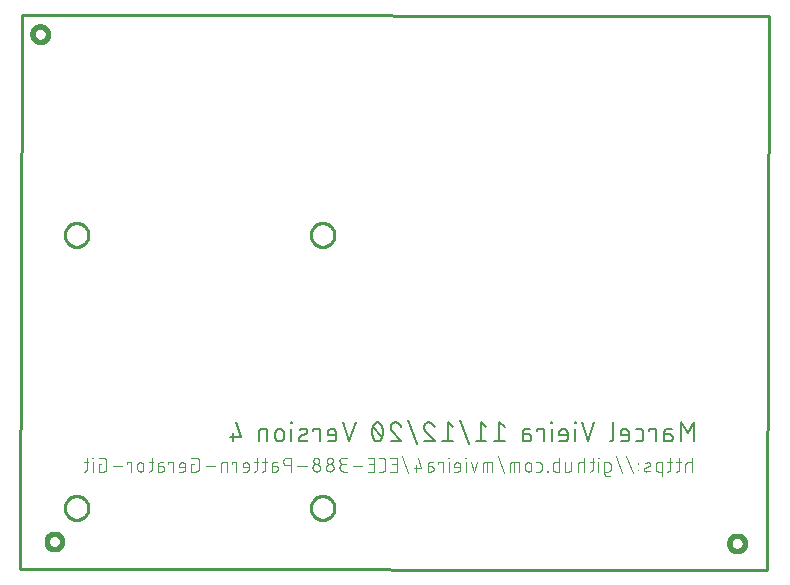
<source format=gbr>
G04 EAGLE Gerber X2 export*
%TF.Part,Single*%
%TF.FileFunction,Legend,Bot,1*%
%TF.FilePolarity,Positive*%
%TF.GenerationSoftware,Autodesk,EAGLE,9.6.2*%
%TF.CreationDate,2020-11-13T17:21:46Z*%
G75*
%MOMM*%
%FSLAX34Y34*%
%LPD*%
%INSilkscreen Bottom*%
%AMOC8*
5,1,8,0,0,1.08239X$1,22.5*%
G01*
%ADD10C,0.152400*%
%ADD11C,0.101600*%
%ADD12C,0.406400*%
%ADD13C,0.254000*%


D10*
X579438Y97362D02*
X579438Y113618D01*
X574019Y104587D01*
X568601Y113618D01*
X568601Y97362D01*
X558392Y103684D02*
X554328Y103684D01*
X558392Y103684D02*
X558504Y103682D01*
X558615Y103676D01*
X558726Y103666D01*
X558837Y103653D01*
X558947Y103635D01*
X559056Y103613D01*
X559165Y103588D01*
X559273Y103559D01*
X559379Y103526D01*
X559485Y103489D01*
X559589Y103449D01*
X559691Y103405D01*
X559792Y103357D01*
X559891Y103306D01*
X559989Y103251D01*
X560084Y103193D01*
X560177Y103132D01*
X560268Y103067D01*
X560357Y102999D01*
X560443Y102928D01*
X560526Y102855D01*
X560607Y102778D01*
X560686Y102698D01*
X560761Y102616D01*
X560833Y102531D01*
X560903Y102444D01*
X560969Y102354D01*
X561032Y102262D01*
X561092Y102167D01*
X561148Y102071D01*
X561201Y101973D01*
X561250Y101873D01*
X561296Y101771D01*
X561338Y101668D01*
X561377Y101563D01*
X561412Y101457D01*
X561443Y101350D01*
X561470Y101242D01*
X561494Y101133D01*
X561513Y101023D01*
X561529Y100913D01*
X561541Y100802D01*
X561549Y100690D01*
X561553Y100579D01*
X561553Y100467D01*
X561549Y100356D01*
X561541Y100244D01*
X561529Y100133D01*
X561513Y100023D01*
X561494Y99913D01*
X561470Y99804D01*
X561443Y99696D01*
X561412Y99589D01*
X561377Y99483D01*
X561338Y99378D01*
X561296Y99275D01*
X561250Y99173D01*
X561201Y99073D01*
X561148Y98975D01*
X561092Y98879D01*
X561032Y98784D01*
X560969Y98692D01*
X560903Y98602D01*
X560833Y98515D01*
X560761Y98430D01*
X560686Y98348D01*
X560607Y98268D01*
X560526Y98191D01*
X560443Y98118D01*
X560357Y98047D01*
X560268Y97979D01*
X560177Y97914D01*
X560084Y97853D01*
X559989Y97795D01*
X559891Y97740D01*
X559792Y97689D01*
X559691Y97641D01*
X559589Y97597D01*
X559485Y97557D01*
X559379Y97520D01*
X559273Y97487D01*
X559165Y97458D01*
X559056Y97433D01*
X558947Y97411D01*
X558837Y97393D01*
X558726Y97380D01*
X558615Y97370D01*
X558504Y97364D01*
X558392Y97362D01*
X554328Y97362D01*
X554328Y105490D01*
X554330Y105591D01*
X554336Y105692D01*
X554345Y105793D01*
X554358Y105894D01*
X554375Y105994D01*
X554396Y106093D01*
X554420Y106191D01*
X554448Y106288D01*
X554480Y106385D01*
X554515Y106480D01*
X554554Y106573D01*
X554596Y106665D01*
X554642Y106756D01*
X554691Y106845D01*
X554743Y106931D01*
X554799Y107016D01*
X554857Y107099D01*
X554919Y107179D01*
X554984Y107257D01*
X555051Y107333D01*
X555121Y107406D01*
X555194Y107476D01*
X555270Y107543D01*
X555348Y107608D01*
X555428Y107670D01*
X555511Y107728D01*
X555596Y107784D01*
X555683Y107836D01*
X555771Y107885D01*
X555862Y107931D01*
X555954Y107973D01*
X556047Y108012D01*
X556142Y108047D01*
X556239Y108079D01*
X556336Y108107D01*
X556434Y108131D01*
X556533Y108152D01*
X556633Y108169D01*
X556734Y108182D01*
X556835Y108191D01*
X556936Y108197D01*
X557037Y108199D01*
X560650Y108199D01*
X546806Y108199D02*
X546806Y97362D01*
X546806Y108199D02*
X541387Y108199D01*
X541387Y106393D01*
X533743Y97362D02*
X530130Y97362D01*
X533743Y97362D02*
X533844Y97364D01*
X533945Y97370D01*
X534046Y97379D01*
X534147Y97392D01*
X534247Y97409D01*
X534346Y97430D01*
X534444Y97454D01*
X534541Y97482D01*
X534638Y97514D01*
X534733Y97549D01*
X534826Y97588D01*
X534918Y97630D01*
X535009Y97676D01*
X535098Y97725D01*
X535184Y97777D01*
X535269Y97833D01*
X535352Y97891D01*
X535432Y97953D01*
X535510Y98018D01*
X535586Y98085D01*
X535659Y98155D01*
X535729Y98228D01*
X535796Y98304D01*
X535861Y98382D01*
X535923Y98462D01*
X535981Y98545D01*
X536037Y98630D01*
X536089Y98716D01*
X536138Y98805D01*
X536184Y98896D01*
X536226Y98988D01*
X536265Y99081D01*
X536300Y99176D01*
X536332Y99273D01*
X536360Y99370D01*
X536384Y99468D01*
X536405Y99567D01*
X536422Y99667D01*
X536435Y99768D01*
X536444Y99869D01*
X536450Y99970D01*
X536452Y100071D01*
X536452Y105490D01*
X536450Y105591D01*
X536444Y105692D01*
X536435Y105793D01*
X536422Y105894D01*
X536405Y105994D01*
X536384Y106093D01*
X536360Y106191D01*
X536332Y106288D01*
X536300Y106385D01*
X536265Y106480D01*
X536226Y106573D01*
X536184Y106665D01*
X536138Y106756D01*
X536089Y106845D01*
X536037Y106931D01*
X535981Y107016D01*
X535923Y107099D01*
X535861Y107179D01*
X535796Y107257D01*
X535729Y107333D01*
X535659Y107406D01*
X535586Y107476D01*
X535510Y107543D01*
X535432Y107608D01*
X535352Y107670D01*
X535269Y107728D01*
X535184Y107784D01*
X535098Y107836D01*
X535009Y107885D01*
X534918Y107931D01*
X534826Y107973D01*
X534733Y108012D01*
X534638Y108047D01*
X534541Y108079D01*
X534444Y108107D01*
X534346Y108131D01*
X534247Y108152D01*
X534147Y108169D01*
X534046Y108182D01*
X533945Y108191D01*
X533844Y108197D01*
X533743Y108199D01*
X530130Y108199D01*
X521776Y97362D02*
X517261Y97362D01*
X521776Y97362D02*
X521877Y97364D01*
X521978Y97370D01*
X522079Y97379D01*
X522180Y97392D01*
X522280Y97409D01*
X522379Y97430D01*
X522477Y97454D01*
X522574Y97482D01*
X522671Y97514D01*
X522766Y97549D01*
X522859Y97588D01*
X522951Y97630D01*
X523042Y97676D01*
X523131Y97725D01*
X523217Y97777D01*
X523302Y97833D01*
X523385Y97891D01*
X523465Y97953D01*
X523543Y98018D01*
X523619Y98085D01*
X523692Y98155D01*
X523762Y98228D01*
X523829Y98304D01*
X523894Y98382D01*
X523956Y98462D01*
X524014Y98545D01*
X524070Y98630D01*
X524122Y98716D01*
X524171Y98805D01*
X524217Y98896D01*
X524259Y98988D01*
X524298Y99081D01*
X524333Y99176D01*
X524365Y99273D01*
X524393Y99370D01*
X524417Y99468D01*
X524438Y99567D01*
X524455Y99667D01*
X524468Y99768D01*
X524477Y99869D01*
X524483Y99970D01*
X524485Y100071D01*
X524486Y100071D02*
X524486Y104587D01*
X524485Y104587D02*
X524483Y104706D01*
X524477Y104826D01*
X524467Y104945D01*
X524453Y105063D01*
X524436Y105182D01*
X524414Y105299D01*
X524389Y105416D01*
X524359Y105531D01*
X524326Y105646D01*
X524289Y105760D01*
X524249Y105872D01*
X524204Y105983D01*
X524156Y106092D01*
X524105Y106200D01*
X524050Y106306D01*
X523991Y106410D01*
X523929Y106512D01*
X523864Y106612D01*
X523795Y106710D01*
X523723Y106806D01*
X523648Y106899D01*
X523571Y106989D01*
X523490Y107077D01*
X523406Y107162D01*
X523319Y107244D01*
X523230Y107324D01*
X523138Y107400D01*
X523044Y107474D01*
X522947Y107544D01*
X522849Y107611D01*
X522748Y107675D01*
X522644Y107735D01*
X522539Y107792D01*
X522432Y107845D01*
X522324Y107895D01*
X522214Y107941D01*
X522102Y107983D01*
X521989Y108022D01*
X521875Y108057D01*
X521760Y108088D01*
X521643Y108116D01*
X521526Y108139D01*
X521409Y108159D01*
X521290Y108175D01*
X521171Y108187D01*
X521052Y108195D01*
X520933Y108199D01*
X520813Y108199D01*
X520694Y108195D01*
X520575Y108187D01*
X520456Y108175D01*
X520337Y108159D01*
X520220Y108139D01*
X520103Y108116D01*
X519986Y108088D01*
X519871Y108057D01*
X519757Y108022D01*
X519644Y107983D01*
X519532Y107941D01*
X519422Y107895D01*
X519314Y107845D01*
X519207Y107792D01*
X519102Y107735D01*
X518998Y107675D01*
X518897Y107611D01*
X518799Y107544D01*
X518702Y107474D01*
X518608Y107400D01*
X518516Y107324D01*
X518427Y107244D01*
X518340Y107162D01*
X518256Y107077D01*
X518175Y106989D01*
X518098Y106899D01*
X518023Y106806D01*
X517951Y106710D01*
X517882Y106612D01*
X517817Y106512D01*
X517755Y106410D01*
X517696Y106306D01*
X517641Y106200D01*
X517590Y106092D01*
X517542Y105983D01*
X517497Y105872D01*
X517457Y105760D01*
X517420Y105646D01*
X517387Y105531D01*
X517357Y105416D01*
X517332Y105299D01*
X517310Y105182D01*
X517293Y105063D01*
X517279Y104945D01*
X517269Y104826D01*
X517263Y104706D01*
X517261Y104587D01*
X517261Y102781D01*
X524486Y102781D01*
X510702Y100071D02*
X510702Y113618D01*
X510701Y100071D02*
X510699Y99970D01*
X510693Y99869D01*
X510684Y99768D01*
X510671Y99667D01*
X510654Y99567D01*
X510633Y99468D01*
X510609Y99370D01*
X510581Y99273D01*
X510549Y99176D01*
X510514Y99081D01*
X510475Y98988D01*
X510433Y98896D01*
X510387Y98805D01*
X510338Y98716D01*
X510286Y98630D01*
X510230Y98545D01*
X510172Y98462D01*
X510110Y98382D01*
X510045Y98304D01*
X509978Y98228D01*
X509908Y98155D01*
X509835Y98085D01*
X509759Y98018D01*
X509681Y97953D01*
X509601Y97891D01*
X509518Y97833D01*
X509433Y97777D01*
X509347Y97725D01*
X509258Y97676D01*
X509167Y97630D01*
X509075Y97588D01*
X508982Y97549D01*
X508887Y97514D01*
X508790Y97482D01*
X508693Y97454D01*
X508595Y97430D01*
X508496Y97409D01*
X508396Y97392D01*
X508295Y97379D01*
X508194Y97370D01*
X508093Y97364D01*
X507992Y97362D01*
X489611Y97362D02*
X495029Y113618D01*
X484192Y113618D02*
X489611Y97362D01*
X478669Y97362D02*
X478669Y108199D01*
X479120Y112715D02*
X479120Y113618D01*
X478217Y113618D01*
X478217Y112715D01*
X479120Y112715D01*
X469672Y97362D02*
X465157Y97362D01*
X469672Y97362D02*
X469773Y97364D01*
X469874Y97370D01*
X469975Y97379D01*
X470076Y97392D01*
X470176Y97409D01*
X470275Y97430D01*
X470373Y97454D01*
X470470Y97482D01*
X470567Y97514D01*
X470662Y97549D01*
X470755Y97588D01*
X470847Y97630D01*
X470938Y97676D01*
X471027Y97725D01*
X471113Y97777D01*
X471198Y97833D01*
X471281Y97891D01*
X471361Y97953D01*
X471439Y98018D01*
X471515Y98085D01*
X471588Y98155D01*
X471658Y98228D01*
X471725Y98304D01*
X471790Y98382D01*
X471852Y98462D01*
X471910Y98545D01*
X471966Y98630D01*
X472018Y98716D01*
X472067Y98805D01*
X472113Y98896D01*
X472155Y98988D01*
X472194Y99081D01*
X472229Y99176D01*
X472261Y99273D01*
X472289Y99370D01*
X472313Y99468D01*
X472334Y99567D01*
X472351Y99667D01*
X472364Y99768D01*
X472373Y99869D01*
X472379Y99970D01*
X472381Y100071D01*
X472382Y100071D02*
X472382Y104587D01*
X472381Y104587D02*
X472379Y104706D01*
X472373Y104826D01*
X472363Y104945D01*
X472349Y105063D01*
X472332Y105182D01*
X472310Y105299D01*
X472285Y105416D01*
X472255Y105531D01*
X472222Y105646D01*
X472185Y105760D01*
X472145Y105872D01*
X472100Y105983D01*
X472052Y106092D01*
X472001Y106200D01*
X471946Y106306D01*
X471887Y106410D01*
X471825Y106512D01*
X471760Y106612D01*
X471691Y106710D01*
X471619Y106806D01*
X471544Y106899D01*
X471467Y106989D01*
X471386Y107077D01*
X471302Y107162D01*
X471215Y107244D01*
X471126Y107324D01*
X471034Y107400D01*
X470940Y107474D01*
X470843Y107544D01*
X470745Y107611D01*
X470644Y107675D01*
X470540Y107735D01*
X470435Y107792D01*
X470328Y107845D01*
X470220Y107895D01*
X470110Y107941D01*
X469998Y107983D01*
X469885Y108022D01*
X469771Y108057D01*
X469656Y108088D01*
X469539Y108116D01*
X469422Y108139D01*
X469305Y108159D01*
X469186Y108175D01*
X469067Y108187D01*
X468948Y108195D01*
X468829Y108199D01*
X468709Y108199D01*
X468590Y108195D01*
X468471Y108187D01*
X468352Y108175D01*
X468233Y108159D01*
X468116Y108139D01*
X467999Y108116D01*
X467882Y108088D01*
X467767Y108057D01*
X467653Y108022D01*
X467540Y107983D01*
X467428Y107941D01*
X467318Y107895D01*
X467210Y107845D01*
X467103Y107792D01*
X466998Y107735D01*
X466894Y107675D01*
X466793Y107611D01*
X466695Y107544D01*
X466598Y107474D01*
X466504Y107400D01*
X466412Y107324D01*
X466323Y107244D01*
X466236Y107162D01*
X466152Y107077D01*
X466071Y106989D01*
X465994Y106899D01*
X465919Y106806D01*
X465847Y106710D01*
X465778Y106612D01*
X465713Y106512D01*
X465651Y106410D01*
X465592Y106306D01*
X465537Y106200D01*
X465486Y106092D01*
X465438Y105983D01*
X465393Y105872D01*
X465353Y105760D01*
X465316Y105646D01*
X465283Y105531D01*
X465253Y105416D01*
X465228Y105299D01*
X465206Y105182D01*
X465189Y105063D01*
X465175Y104945D01*
X465165Y104826D01*
X465159Y104706D01*
X465157Y104587D01*
X465157Y102781D01*
X472382Y102781D01*
X458869Y108199D02*
X458869Y97362D01*
X459321Y112715D02*
X459321Y113618D01*
X458418Y113618D01*
X458418Y112715D01*
X459321Y112715D01*
X451976Y108199D02*
X451976Y97362D01*
X451976Y108199D02*
X446557Y108199D01*
X446557Y106393D01*
X438553Y103684D02*
X434489Y103684D01*
X438553Y103684D02*
X438665Y103682D01*
X438776Y103676D01*
X438887Y103666D01*
X438998Y103653D01*
X439108Y103635D01*
X439217Y103613D01*
X439326Y103588D01*
X439434Y103559D01*
X439540Y103526D01*
X439646Y103489D01*
X439750Y103449D01*
X439852Y103405D01*
X439953Y103357D01*
X440052Y103306D01*
X440150Y103251D01*
X440245Y103193D01*
X440338Y103132D01*
X440429Y103067D01*
X440518Y102999D01*
X440604Y102928D01*
X440687Y102855D01*
X440768Y102778D01*
X440847Y102698D01*
X440922Y102616D01*
X440994Y102531D01*
X441064Y102444D01*
X441130Y102354D01*
X441193Y102262D01*
X441253Y102167D01*
X441309Y102071D01*
X441362Y101973D01*
X441411Y101873D01*
X441457Y101771D01*
X441499Y101668D01*
X441538Y101563D01*
X441573Y101457D01*
X441604Y101350D01*
X441631Y101242D01*
X441655Y101133D01*
X441674Y101023D01*
X441690Y100913D01*
X441702Y100802D01*
X441710Y100690D01*
X441714Y100579D01*
X441714Y100467D01*
X441710Y100356D01*
X441702Y100244D01*
X441690Y100133D01*
X441674Y100023D01*
X441655Y99913D01*
X441631Y99804D01*
X441604Y99696D01*
X441573Y99589D01*
X441538Y99483D01*
X441499Y99378D01*
X441457Y99275D01*
X441411Y99173D01*
X441362Y99073D01*
X441309Y98975D01*
X441253Y98879D01*
X441193Y98784D01*
X441130Y98692D01*
X441064Y98602D01*
X440994Y98515D01*
X440922Y98430D01*
X440847Y98348D01*
X440768Y98268D01*
X440687Y98191D01*
X440604Y98118D01*
X440518Y98047D01*
X440429Y97979D01*
X440338Y97914D01*
X440245Y97853D01*
X440150Y97795D01*
X440052Y97740D01*
X439953Y97689D01*
X439852Y97641D01*
X439750Y97597D01*
X439646Y97557D01*
X439540Y97520D01*
X439434Y97487D01*
X439326Y97458D01*
X439217Y97433D01*
X439108Y97411D01*
X438998Y97393D01*
X438887Y97380D01*
X438776Y97370D01*
X438665Y97364D01*
X438553Y97362D01*
X434489Y97362D01*
X434489Y105490D01*
X434491Y105591D01*
X434497Y105692D01*
X434506Y105793D01*
X434519Y105894D01*
X434536Y105994D01*
X434557Y106093D01*
X434581Y106191D01*
X434609Y106288D01*
X434641Y106385D01*
X434676Y106480D01*
X434715Y106573D01*
X434757Y106665D01*
X434803Y106756D01*
X434852Y106845D01*
X434904Y106931D01*
X434960Y107016D01*
X435018Y107099D01*
X435080Y107179D01*
X435145Y107257D01*
X435212Y107333D01*
X435282Y107406D01*
X435355Y107476D01*
X435431Y107543D01*
X435509Y107608D01*
X435589Y107670D01*
X435672Y107728D01*
X435757Y107784D01*
X435844Y107836D01*
X435932Y107885D01*
X436023Y107931D01*
X436115Y107973D01*
X436208Y108012D01*
X436303Y108047D01*
X436400Y108079D01*
X436497Y108107D01*
X436595Y108131D01*
X436694Y108152D01*
X436794Y108169D01*
X436895Y108182D01*
X436996Y108191D01*
X437097Y108197D01*
X437198Y108199D01*
X440810Y108199D01*
X419096Y110006D02*
X414581Y113618D01*
X414581Y97362D01*
X419096Y97362D02*
X410065Y97362D01*
X403465Y110006D02*
X398950Y113618D01*
X398950Y97362D01*
X403465Y97362D02*
X394434Y97362D01*
X388494Y95556D02*
X381269Y115424D01*
X375329Y110006D02*
X370814Y113618D01*
X370814Y97362D01*
X375329Y97362D02*
X366298Y97362D01*
X350667Y109554D02*
X350669Y109679D01*
X350675Y109804D01*
X350684Y109929D01*
X350698Y110053D01*
X350715Y110177D01*
X350736Y110301D01*
X350761Y110423D01*
X350790Y110545D01*
X350822Y110666D01*
X350858Y110786D01*
X350898Y110905D01*
X350941Y111022D01*
X350988Y111138D01*
X351039Y111253D01*
X351093Y111365D01*
X351151Y111477D01*
X351211Y111586D01*
X351276Y111693D01*
X351343Y111799D01*
X351414Y111902D01*
X351488Y112003D01*
X351565Y112102D01*
X351645Y112198D01*
X351728Y112292D01*
X351813Y112383D01*
X351902Y112472D01*
X351993Y112557D01*
X352087Y112640D01*
X352183Y112720D01*
X352282Y112797D01*
X352383Y112871D01*
X352486Y112942D01*
X352592Y113009D01*
X352699Y113074D01*
X352808Y113134D01*
X352920Y113192D01*
X353032Y113246D01*
X353147Y113297D01*
X353263Y113344D01*
X353380Y113387D01*
X353499Y113427D01*
X353619Y113463D01*
X353740Y113495D01*
X353862Y113524D01*
X353984Y113549D01*
X354108Y113570D01*
X354232Y113587D01*
X354356Y113601D01*
X354481Y113610D01*
X354606Y113616D01*
X354731Y113618D01*
X354874Y113616D01*
X355016Y113610D01*
X355159Y113600D01*
X355301Y113587D01*
X355442Y113569D01*
X355584Y113548D01*
X355724Y113523D01*
X355864Y113494D01*
X356003Y113461D01*
X356141Y113424D01*
X356278Y113384D01*
X356413Y113340D01*
X356548Y113292D01*
X356681Y113240D01*
X356813Y113185D01*
X356943Y113126D01*
X357071Y113064D01*
X357198Y112998D01*
X357323Y112929D01*
X357446Y112857D01*
X357567Y112781D01*
X357685Y112702D01*
X357802Y112619D01*
X357916Y112534D01*
X358028Y112445D01*
X358137Y112354D01*
X358244Y112259D01*
X358349Y112162D01*
X358450Y112061D01*
X358549Y111958D01*
X358645Y111853D01*
X358738Y111744D01*
X358828Y111633D01*
X358915Y111520D01*
X358999Y111405D01*
X359079Y111287D01*
X359157Y111167D01*
X359231Y111045D01*
X359301Y110921D01*
X359369Y110795D01*
X359432Y110667D01*
X359493Y110538D01*
X359550Y110407D01*
X359603Y110275D01*
X359652Y110141D01*
X359698Y110006D01*
X352022Y106393D02*
X351928Y106485D01*
X351838Y106579D01*
X351750Y106676D01*
X351665Y106776D01*
X351583Y106878D01*
X351504Y106983D01*
X351429Y107090D01*
X351357Y107199D01*
X351288Y107310D01*
X351222Y107424D01*
X351160Y107539D01*
X351101Y107656D01*
X351046Y107775D01*
X350995Y107895D01*
X350947Y108017D01*
X350902Y108140D01*
X350862Y108264D01*
X350825Y108390D01*
X350792Y108517D01*
X350763Y108644D01*
X350737Y108773D01*
X350716Y108902D01*
X350698Y109032D01*
X350685Y109162D01*
X350675Y109292D01*
X350669Y109423D01*
X350667Y109554D01*
X352021Y106393D02*
X359698Y97362D01*
X350667Y97362D01*
X344727Y95556D02*
X337502Y115424D01*
X326595Y113618D02*
X326470Y113616D01*
X326345Y113610D01*
X326220Y113601D01*
X326096Y113587D01*
X325972Y113570D01*
X325848Y113549D01*
X325726Y113524D01*
X325604Y113495D01*
X325483Y113463D01*
X325363Y113427D01*
X325244Y113387D01*
X325127Y113344D01*
X325011Y113297D01*
X324896Y113246D01*
X324784Y113192D01*
X324672Y113134D01*
X324563Y113074D01*
X324456Y113009D01*
X324350Y112942D01*
X324247Y112871D01*
X324146Y112797D01*
X324047Y112720D01*
X323951Y112640D01*
X323857Y112557D01*
X323766Y112472D01*
X323677Y112383D01*
X323592Y112292D01*
X323509Y112198D01*
X323429Y112102D01*
X323352Y112003D01*
X323278Y111902D01*
X323207Y111799D01*
X323140Y111693D01*
X323075Y111586D01*
X323015Y111477D01*
X322957Y111365D01*
X322903Y111253D01*
X322852Y111138D01*
X322805Y111022D01*
X322762Y110905D01*
X322722Y110786D01*
X322686Y110666D01*
X322654Y110545D01*
X322625Y110423D01*
X322600Y110301D01*
X322579Y110177D01*
X322562Y110053D01*
X322548Y109929D01*
X322539Y109804D01*
X322533Y109679D01*
X322531Y109554D01*
X326595Y113618D02*
X326738Y113616D01*
X326880Y113610D01*
X327023Y113600D01*
X327165Y113587D01*
X327306Y113569D01*
X327448Y113548D01*
X327588Y113523D01*
X327728Y113494D01*
X327867Y113461D01*
X328005Y113424D01*
X328142Y113384D01*
X328277Y113340D01*
X328412Y113292D01*
X328545Y113240D01*
X328677Y113185D01*
X328807Y113126D01*
X328935Y113064D01*
X329062Y112998D01*
X329187Y112929D01*
X329310Y112857D01*
X329431Y112781D01*
X329549Y112702D01*
X329666Y112619D01*
X329780Y112534D01*
X329892Y112445D01*
X330001Y112354D01*
X330108Y112259D01*
X330213Y112162D01*
X330314Y112061D01*
X330413Y111958D01*
X330509Y111853D01*
X330602Y111744D01*
X330692Y111633D01*
X330779Y111520D01*
X330863Y111405D01*
X330943Y111287D01*
X331021Y111167D01*
X331095Y111045D01*
X331165Y110921D01*
X331233Y110795D01*
X331296Y110667D01*
X331357Y110538D01*
X331414Y110407D01*
X331467Y110275D01*
X331516Y110141D01*
X331562Y110006D01*
X323886Y106393D02*
X323792Y106485D01*
X323702Y106579D01*
X323614Y106676D01*
X323529Y106776D01*
X323447Y106878D01*
X323368Y106983D01*
X323293Y107090D01*
X323221Y107199D01*
X323152Y107310D01*
X323086Y107424D01*
X323024Y107539D01*
X322965Y107656D01*
X322910Y107775D01*
X322859Y107895D01*
X322811Y108017D01*
X322766Y108140D01*
X322726Y108264D01*
X322689Y108390D01*
X322656Y108517D01*
X322627Y108644D01*
X322601Y108773D01*
X322580Y108902D01*
X322562Y109032D01*
X322549Y109162D01*
X322539Y109292D01*
X322533Y109423D01*
X322531Y109554D01*
X323885Y106393D02*
X331562Y97362D01*
X322531Y97362D01*
X315930Y105490D02*
X315926Y105810D01*
X315915Y106129D01*
X315896Y106449D01*
X315869Y106767D01*
X315835Y107085D01*
X315793Y107402D01*
X315743Y107718D01*
X315686Y108033D01*
X315622Y108346D01*
X315550Y108658D01*
X315471Y108968D01*
X315384Y109275D01*
X315290Y109581D01*
X315189Y109884D01*
X315080Y110185D01*
X314965Y110483D01*
X314842Y110779D01*
X314712Y111071D01*
X314575Y111360D01*
X314576Y111361D02*
X314537Y111469D01*
X314494Y111576D01*
X314448Y111681D01*
X314397Y111785D01*
X314344Y111887D01*
X314287Y111987D01*
X314226Y112085D01*
X314162Y112180D01*
X314095Y112274D01*
X314024Y112365D01*
X313951Y112454D01*
X313874Y112540D01*
X313795Y112623D01*
X313713Y112704D01*
X313628Y112782D01*
X313540Y112856D01*
X313450Y112928D01*
X313358Y112996D01*
X313263Y113062D01*
X313166Y113124D01*
X313067Y113182D01*
X312965Y113238D01*
X312863Y113289D01*
X312758Y113337D01*
X312652Y113382D01*
X312544Y113423D01*
X312435Y113460D01*
X312325Y113493D01*
X312213Y113522D01*
X312101Y113548D01*
X311988Y113570D01*
X311874Y113587D01*
X311760Y113601D01*
X311645Y113611D01*
X311530Y113617D01*
X311415Y113619D01*
X311415Y113618D02*
X311300Y113616D01*
X311185Y113610D01*
X311070Y113600D01*
X310956Y113586D01*
X310842Y113569D01*
X310729Y113547D01*
X310617Y113521D01*
X310505Y113492D01*
X310395Y113459D01*
X310286Y113422D01*
X310178Y113381D01*
X310072Y113336D01*
X309968Y113288D01*
X309865Y113237D01*
X309764Y113181D01*
X309664Y113123D01*
X309567Y113061D01*
X309473Y112996D01*
X309380Y112927D01*
X309290Y112855D01*
X309202Y112781D01*
X309117Y112703D01*
X309035Y112622D01*
X308956Y112539D01*
X308879Y112453D01*
X308806Y112364D01*
X308735Y112273D01*
X308668Y112179D01*
X308604Y112084D01*
X308543Y111986D01*
X308486Y111886D01*
X308433Y111784D01*
X308382Y111680D01*
X308336Y111575D01*
X308293Y111468D01*
X308254Y111360D01*
X308255Y111360D02*
X308118Y111071D01*
X307988Y110779D01*
X307865Y110483D01*
X307750Y110185D01*
X307641Y109884D01*
X307540Y109581D01*
X307446Y109275D01*
X307359Y108968D01*
X307280Y108658D01*
X307208Y108346D01*
X307144Y108033D01*
X307087Y107718D01*
X307037Y107402D01*
X306995Y107085D01*
X306961Y106767D01*
X306934Y106449D01*
X306915Y106129D01*
X306904Y105810D01*
X306900Y105490D01*
X315930Y105490D02*
X315926Y105170D01*
X315915Y104851D01*
X315896Y104531D01*
X315869Y104213D01*
X315835Y103895D01*
X315793Y103578D01*
X315743Y103262D01*
X315686Y102947D01*
X315622Y102634D01*
X315550Y102322D01*
X315471Y102012D01*
X315384Y101705D01*
X315290Y101399D01*
X315189Y101096D01*
X315080Y100795D01*
X314965Y100497D01*
X314842Y100201D01*
X314712Y99909D01*
X314575Y99620D01*
X314576Y99620D02*
X314537Y99512D01*
X314494Y99405D01*
X314448Y99300D01*
X314397Y99196D01*
X314344Y99094D01*
X314287Y98994D01*
X314226Y98896D01*
X314162Y98801D01*
X314095Y98707D01*
X314024Y98616D01*
X313951Y98527D01*
X313874Y98441D01*
X313795Y98358D01*
X313713Y98277D01*
X313628Y98199D01*
X313540Y98125D01*
X313450Y98053D01*
X313357Y97984D01*
X313263Y97919D01*
X313166Y97857D01*
X313066Y97799D01*
X312965Y97743D01*
X312863Y97692D01*
X312758Y97644D01*
X312652Y97599D01*
X312544Y97558D01*
X312435Y97521D01*
X312325Y97488D01*
X312213Y97459D01*
X312101Y97433D01*
X311988Y97411D01*
X311874Y97394D01*
X311760Y97380D01*
X311645Y97370D01*
X311530Y97364D01*
X311415Y97362D01*
X308255Y99620D02*
X308118Y99909D01*
X307988Y100201D01*
X307865Y100497D01*
X307750Y100795D01*
X307641Y101096D01*
X307540Y101399D01*
X307446Y101705D01*
X307359Y102012D01*
X307280Y102322D01*
X307208Y102634D01*
X307144Y102947D01*
X307087Y103262D01*
X307037Y103578D01*
X306995Y103895D01*
X306961Y104213D01*
X306934Y104531D01*
X306915Y104851D01*
X306904Y105170D01*
X306900Y105490D01*
X308254Y99620D02*
X308293Y99512D01*
X308336Y99405D01*
X308382Y99300D01*
X308433Y99196D01*
X308486Y99094D01*
X308544Y98994D01*
X308604Y98896D01*
X308668Y98801D01*
X308735Y98707D01*
X308806Y98616D01*
X308879Y98527D01*
X308956Y98441D01*
X309035Y98358D01*
X309117Y98277D01*
X309202Y98199D01*
X309290Y98125D01*
X309380Y98053D01*
X309473Y97984D01*
X309567Y97919D01*
X309664Y97857D01*
X309764Y97799D01*
X309865Y97743D01*
X309968Y97692D01*
X310072Y97644D01*
X310178Y97599D01*
X310286Y97558D01*
X310395Y97521D01*
X310505Y97488D01*
X310617Y97459D01*
X310729Y97433D01*
X310842Y97411D01*
X310956Y97394D01*
X311070Y97380D01*
X311185Y97370D01*
X311300Y97364D01*
X311415Y97362D01*
X315027Y100974D02*
X307803Y110006D01*
X292866Y113618D02*
X287447Y97362D01*
X282028Y113618D01*
X273761Y97362D02*
X269246Y97362D01*
X273761Y97362D02*
X273862Y97364D01*
X273963Y97370D01*
X274064Y97379D01*
X274165Y97392D01*
X274265Y97409D01*
X274364Y97430D01*
X274462Y97454D01*
X274559Y97482D01*
X274656Y97514D01*
X274751Y97549D01*
X274844Y97588D01*
X274936Y97630D01*
X275027Y97676D01*
X275116Y97725D01*
X275202Y97777D01*
X275287Y97833D01*
X275370Y97891D01*
X275450Y97953D01*
X275528Y98018D01*
X275604Y98085D01*
X275677Y98155D01*
X275747Y98228D01*
X275814Y98304D01*
X275879Y98382D01*
X275941Y98462D01*
X275999Y98545D01*
X276055Y98630D01*
X276107Y98716D01*
X276156Y98805D01*
X276202Y98896D01*
X276244Y98988D01*
X276283Y99081D01*
X276318Y99176D01*
X276350Y99273D01*
X276378Y99370D01*
X276402Y99468D01*
X276423Y99567D01*
X276440Y99667D01*
X276453Y99768D01*
X276462Y99869D01*
X276468Y99970D01*
X276470Y100071D01*
X276470Y104587D01*
X276468Y104706D01*
X276462Y104826D01*
X276452Y104945D01*
X276438Y105063D01*
X276421Y105182D01*
X276399Y105299D01*
X276374Y105416D01*
X276344Y105531D01*
X276311Y105646D01*
X276274Y105760D01*
X276234Y105872D01*
X276189Y105983D01*
X276141Y106092D01*
X276090Y106200D01*
X276035Y106306D01*
X275976Y106410D01*
X275914Y106512D01*
X275849Y106612D01*
X275780Y106710D01*
X275708Y106806D01*
X275633Y106899D01*
X275556Y106989D01*
X275475Y107077D01*
X275391Y107162D01*
X275304Y107244D01*
X275215Y107324D01*
X275123Y107400D01*
X275029Y107474D01*
X274932Y107544D01*
X274834Y107611D01*
X274733Y107675D01*
X274629Y107735D01*
X274524Y107792D01*
X274417Y107845D01*
X274309Y107895D01*
X274199Y107941D01*
X274087Y107983D01*
X273974Y108022D01*
X273860Y108057D01*
X273745Y108088D01*
X273628Y108116D01*
X273511Y108139D01*
X273394Y108159D01*
X273275Y108175D01*
X273156Y108187D01*
X273037Y108195D01*
X272918Y108199D01*
X272798Y108199D01*
X272679Y108195D01*
X272560Y108187D01*
X272441Y108175D01*
X272322Y108159D01*
X272205Y108139D01*
X272088Y108116D01*
X271971Y108088D01*
X271856Y108057D01*
X271742Y108022D01*
X271629Y107983D01*
X271517Y107941D01*
X271407Y107895D01*
X271299Y107845D01*
X271192Y107792D01*
X271087Y107735D01*
X270983Y107675D01*
X270882Y107611D01*
X270784Y107544D01*
X270687Y107474D01*
X270593Y107400D01*
X270501Y107324D01*
X270412Y107244D01*
X270325Y107162D01*
X270241Y107077D01*
X270160Y106989D01*
X270083Y106899D01*
X270008Y106806D01*
X269936Y106710D01*
X269867Y106612D01*
X269802Y106512D01*
X269740Y106410D01*
X269681Y106306D01*
X269626Y106200D01*
X269575Y106092D01*
X269527Y105983D01*
X269482Y105872D01*
X269442Y105760D01*
X269405Y105646D01*
X269372Y105531D01*
X269342Y105416D01*
X269317Y105299D01*
X269295Y105182D01*
X269278Y105063D01*
X269264Y104945D01*
X269254Y104826D01*
X269248Y104706D01*
X269246Y104587D01*
X269246Y102781D01*
X276470Y102781D01*
X262317Y97362D02*
X262317Y108199D01*
X256899Y108199D01*
X256899Y106393D01*
X250627Y103684D02*
X246111Y101878D01*
X250627Y103684D02*
X250715Y103721D01*
X250801Y103762D01*
X250886Y103806D01*
X250969Y103854D01*
X251049Y103905D01*
X251128Y103959D01*
X251204Y104017D01*
X251278Y104077D01*
X251350Y104141D01*
X251418Y104207D01*
X251484Y104277D01*
X251547Y104348D01*
X251608Y104423D01*
X251665Y104499D01*
X251718Y104578D01*
X251769Y104659D01*
X251816Y104742D01*
X251860Y104827D01*
X251900Y104914D01*
X251937Y105002D01*
X251970Y105092D01*
X252000Y105183D01*
X252025Y105275D01*
X252047Y105368D01*
X252065Y105462D01*
X252080Y105556D01*
X252090Y105651D01*
X252096Y105747D01*
X252099Y105842D01*
X252098Y105938D01*
X252092Y106033D01*
X252083Y106129D01*
X252070Y106223D01*
X252054Y106317D01*
X252033Y106411D01*
X252008Y106503D01*
X251980Y106594D01*
X251948Y106684D01*
X251913Y106773D01*
X251874Y106860D01*
X251831Y106946D01*
X251785Y107030D01*
X251735Y107111D01*
X251683Y107191D01*
X251627Y107269D01*
X251567Y107344D01*
X251505Y107416D01*
X251440Y107486D01*
X251372Y107554D01*
X251302Y107618D01*
X251229Y107680D01*
X251153Y107738D01*
X251075Y107794D01*
X250995Y107846D01*
X250913Y107895D01*
X250829Y107940D01*
X250743Y107982D01*
X250656Y108021D01*
X250567Y108056D01*
X250476Y108087D01*
X250385Y108114D01*
X250292Y108138D01*
X250199Y108158D01*
X250105Y108174D01*
X250010Y108186D01*
X249915Y108195D01*
X249819Y108199D01*
X249724Y108200D01*
X249477Y108193D01*
X249231Y108181D01*
X248985Y108163D01*
X248739Y108138D01*
X248495Y108108D01*
X248251Y108072D01*
X248008Y108031D01*
X247766Y107983D01*
X247525Y107929D01*
X247286Y107870D01*
X247048Y107805D01*
X246812Y107734D01*
X246577Y107658D01*
X246344Y107576D01*
X246114Y107488D01*
X245886Y107395D01*
X245659Y107297D01*
X246111Y101877D02*
X246023Y101840D01*
X245937Y101799D01*
X245852Y101755D01*
X245769Y101707D01*
X245689Y101656D01*
X245610Y101602D01*
X245534Y101544D01*
X245460Y101484D01*
X245388Y101420D01*
X245320Y101354D01*
X245254Y101284D01*
X245191Y101213D01*
X245130Y101138D01*
X245073Y101062D01*
X245020Y100983D01*
X244969Y100902D01*
X244922Y100819D01*
X244878Y100734D01*
X244838Y100647D01*
X244801Y100559D01*
X244768Y100469D01*
X244738Y100378D01*
X244713Y100286D01*
X244691Y100193D01*
X244673Y100099D01*
X244658Y100005D01*
X244648Y99910D01*
X244642Y99814D01*
X244639Y99719D01*
X244640Y99623D01*
X244646Y99528D01*
X244655Y99432D01*
X244668Y99338D01*
X244684Y99244D01*
X244705Y99150D01*
X244730Y99058D01*
X244758Y98967D01*
X244790Y98877D01*
X244825Y98788D01*
X244864Y98701D01*
X244907Y98615D01*
X244953Y98531D01*
X245003Y98450D01*
X245055Y98370D01*
X245111Y98292D01*
X245171Y98217D01*
X245233Y98145D01*
X245298Y98075D01*
X245366Y98007D01*
X245436Y97943D01*
X245509Y97881D01*
X245585Y97823D01*
X245663Y97767D01*
X245743Y97715D01*
X245825Y97666D01*
X245909Y97621D01*
X245995Y97579D01*
X246082Y97540D01*
X246171Y97505D01*
X246262Y97474D01*
X246353Y97447D01*
X246446Y97423D01*
X246539Y97403D01*
X246633Y97387D01*
X246728Y97375D01*
X246823Y97366D01*
X246919Y97362D01*
X247014Y97361D01*
X247015Y97362D02*
X247377Y97371D01*
X247739Y97389D01*
X248100Y97416D01*
X248460Y97451D01*
X248820Y97494D01*
X249179Y97546D01*
X249536Y97607D01*
X249891Y97676D01*
X250245Y97753D01*
X250597Y97839D01*
X250947Y97933D01*
X251295Y98036D01*
X251640Y98146D01*
X251982Y98265D01*
X238469Y97362D02*
X238469Y108199D01*
X238921Y112715D02*
X238921Y113618D01*
X238018Y113618D01*
X238018Y112715D01*
X238921Y112715D01*
X232182Y104587D02*
X232182Y100974D01*
X232182Y104587D02*
X232180Y104706D01*
X232174Y104826D01*
X232164Y104945D01*
X232150Y105063D01*
X232133Y105182D01*
X232111Y105299D01*
X232086Y105416D01*
X232056Y105531D01*
X232023Y105646D01*
X231986Y105760D01*
X231946Y105872D01*
X231901Y105983D01*
X231853Y106092D01*
X231802Y106200D01*
X231747Y106306D01*
X231688Y106410D01*
X231626Y106512D01*
X231561Y106612D01*
X231492Y106710D01*
X231420Y106806D01*
X231345Y106899D01*
X231268Y106989D01*
X231187Y107077D01*
X231103Y107162D01*
X231016Y107244D01*
X230927Y107324D01*
X230835Y107400D01*
X230741Y107474D01*
X230644Y107544D01*
X230546Y107611D01*
X230445Y107675D01*
X230341Y107735D01*
X230236Y107792D01*
X230129Y107845D01*
X230021Y107895D01*
X229911Y107941D01*
X229799Y107983D01*
X229686Y108022D01*
X229572Y108057D01*
X229457Y108088D01*
X229340Y108116D01*
X229223Y108139D01*
X229106Y108159D01*
X228987Y108175D01*
X228868Y108187D01*
X228749Y108195D01*
X228630Y108199D01*
X228510Y108199D01*
X228391Y108195D01*
X228272Y108187D01*
X228153Y108175D01*
X228034Y108159D01*
X227917Y108139D01*
X227800Y108116D01*
X227683Y108088D01*
X227568Y108057D01*
X227454Y108022D01*
X227341Y107983D01*
X227229Y107941D01*
X227119Y107895D01*
X227011Y107845D01*
X226904Y107792D01*
X226799Y107735D01*
X226695Y107675D01*
X226594Y107611D01*
X226496Y107544D01*
X226399Y107474D01*
X226305Y107400D01*
X226213Y107324D01*
X226124Y107244D01*
X226037Y107162D01*
X225953Y107077D01*
X225872Y106989D01*
X225795Y106899D01*
X225720Y106806D01*
X225648Y106710D01*
X225579Y106612D01*
X225514Y106512D01*
X225452Y106410D01*
X225393Y106306D01*
X225338Y106200D01*
X225287Y106092D01*
X225239Y105983D01*
X225194Y105872D01*
X225154Y105760D01*
X225117Y105646D01*
X225084Y105531D01*
X225054Y105416D01*
X225029Y105299D01*
X225007Y105182D01*
X224990Y105063D01*
X224976Y104945D01*
X224966Y104826D01*
X224960Y104706D01*
X224958Y104587D01*
X224957Y104587D02*
X224957Y100974D01*
X224958Y100974D02*
X224960Y100855D01*
X224966Y100735D01*
X224976Y100616D01*
X224990Y100498D01*
X225007Y100379D01*
X225029Y100262D01*
X225054Y100145D01*
X225084Y100030D01*
X225117Y99915D01*
X225154Y99801D01*
X225194Y99689D01*
X225239Y99578D01*
X225287Y99469D01*
X225338Y99361D01*
X225393Y99255D01*
X225452Y99151D01*
X225514Y99049D01*
X225579Y98949D01*
X225648Y98851D01*
X225720Y98755D01*
X225795Y98662D01*
X225872Y98572D01*
X225953Y98484D01*
X226037Y98399D01*
X226124Y98317D01*
X226213Y98237D01*
X226305Y98161D01*
X226399Y98087D01*
X226496Y98017D01*
X226594Y97950D01*
X226695Y97886D01*
X226799Y97826D01*
X226904Y97769D01*
X227011Y97716D01*
X227119Y97666D01*
X227229Y97620D01*
X227341Y97578D01*
X227454Y97539D01*
X227568Y97504D01*
X227683Y97473D01*
X227800Y97445D01*
X227917Y97422D01*
X228034Y97402D01*
X228153Y97386D01*
X228272Y97374D01*
X228391Y97366D01*
X228510Y97362D01*
X228630Y97362D01*
X228749Y97366D01*
X228868Y97374D01*
X228987Y97386D01*
X229106Y97402D01*
X229223Y97422D01*
X229340Y97445D01*
X229457Y97473D01*
X229572Y97504D01*
X229686Y97539D01*
X229799Y97578D01*
X229911Y97620D01*
X230021Y97666D01*
X230129Y97716D01*
X230236Y97769D01*
X230341Y97826D01*
X230445Y97886D01*
X230546Y97950D01*
X230644Y98017D01*
X230741Y98087D01*
X230835Y98161D01*
X230927Y98237D01*
X231016Y98317D01*
X231103Y98399D01*
X231187Y98484D01*
X231268Y98572D01*
X231345Y98662D01*
X231420Y98755D01*
X231492Y98851D01*
X231561Y98949D01*
X231626Y99049D01*
X231688Y99151D01*
X231747Y99255D01*
X231802Y99361D01*
X231853Y99469D01*
X231901Y99578D01*
X231946Y99689D01*
X231986Y99801D01*
X232023Y99915D01*
X232056Y100030D01*
X232086Y100145D01*
X232111Y100262D01*
X232133Y100379D01*
X232150Y100498D01*
X232164Y100616D01*
X232174Y100735D01*
X232180Y100855D01*
X232182Y100974D01*
X218114Y97362D02*
X218114Y108199D01*
X213598Y108199D01*
X213494Y108197D01*
X213391Y108191D01*
X213287Y108181D01*
X213184Y108167D01*
X213082Y108149D01*
X212981Y108128D01*
X212880Y108102D01*
X212781Y108073D01*
X212682Y108040D01*
X212585Y108003D01*
X212490Y107962D01*
X212396Y107918D01*
X212304Y107870D01*
X212214Y107819D01*
X212125Y107764D01*
X212039Y107706D01*
X211956Y107644D01*
X211874Y107580D01*
X211796Y107512D01*
X211720Y107442D01*
X211646Y107369D01*
X211576Y107292D01*
X211508Y107214D01*
X211444Y107132D01*
X211382Y107049D01*
X211324Y106963D01*
X211269Y106874D01*
X211218Y106784D01*
X211170Y106692D01*
X211126Y106598D01*
X211085Y106503D01*
X211048Y106406D01*
X211015Y106307D01*
X210986Y106208D01*
X210960Y106107D01*
X210939Y106006D01*
X210921Y105904D01*
X210907Y105801D01*
X210897Y105697D01*
X210891Y105594D01*
X210889Y105490D01*
X210889Y97362D01*
X195570Y100974D02*
X191958Y113618D01*
X195570Y100974D02*
X186539Y100974D01*
X189248Y104587D02*
X189248Y97362D01*
D11*
X577292Y83592D02*
X577292Y71908D01*
X577292Y79697D02*
X574046Y79697D01*
X573959Y79695D01*
X573871Y79689D01*
X573785Y79679D01*
X573698Y79666D01*
X573613Y79648D01*
X573528Y79627D01*
X573444Y79602D01*
X573362Y79573D01*
X573281Y79540D01*
X573201Y79504D01*
X573123Y79465D01*
X573047Y79421D01*
X572973Y79375D01*
X572902Y79325D01*
X572832Y79272D01*
X572765Y79216D01*
X572701Y79157D01*
X572639Y79096D01*
X572580Y79031D01*
X572524Y78964D01*
X572471Y78894D01*
X572421Y78823D01*
X572375Y78749D01*
X572332Y78673D01*
X572292Y78595D01*
X572256Y78515D01*
X572223Y78434D01*
X572194Y78352D01*
X572169Y78268D01*
X572148Y78183D01*
X572130Y78098D01*
X572117Y78011D01*
X572107Y77925D01*
X572101Y77837D01*
X572099Y77750D01*
X572099Y71908D01*
X567972Y79697D02*
X564078Y79697D01*
X566674Y83592D02*
X566674Y73855D01*
X566672Y73768D01*
X566666Y73680D01*
X566656Y73594D01*
X566643Y73507D01*
X566625Y73422D01*
X566604Y73337D01*
X566579Y73253D01*
X566550Y73171D01*
X566517Y73090D01*
X566481Y73010D01*
X566442Y72932D01*
X566398Y72856D01*
X566352Y72782D01*
X566302Y72711D01*
X566249Y72641D01*
X566193Y72574D01*
X566134Y72510D01*
X566072Y72448D01*
X566008Y72389D01*
X565941Y72333D01*
X565871Y72280D01*
X565800Y72230D01*
X565726Y72184D01*
X565650Y72140D01*
X565572Y72101D01*
X565492Y72065D01*
X565411Y72032D01*
X565329Y72003D01*
X565245Y71978D01*
X565160Y71957D01*
X565075Y71939D01*
X564988Y71926D01*
X564902Y71916D01*
X564814Y71910D01*
X564727Y71908D01*
X564078Y71908D01*
X560733Y79697D02*
X556839Y79697D01*
X559435Y83592D02*
X559435Y73855D01*
X559433Y73768D01*
X559427Y73680D01*
X559417Y73594D01*
X559404Y73507D01*
X559386Y73422D01*
X559365Y73337D01*
X559340Y73253D01*
X559311Y73171D01*
X559278Y73090D01*
X559242Y73010D01*
X559203Y72932D01*
X559159Y72856D01*
X559113Y72782D01*
X559063Y72711D01*
X559010Y72641D01*
X558954Y72574D01*
X558895Y72510D01*
X558833Y72448D01*
X558769Y72389D01*
X558702Y72333D01*
X558632Y72280D01*
X558561Y72230D01*
X558487Y72184D01*
X558411Y72140D01*
X558333Y72101D01*
X558253Y72065D01*
X558172Y72032D01*
X558090Y72003D01*
X558006Y71978D01*
X557921Y71957D01*
X557836Y71939D01*
X557749Y71926D01*
X557663Y71916D01*
X557575Y71910D01*
X557488Y71908D01*
X556839Y71908D01*
X552087Y68013D02*
X552087Y79697D01*
X548842Y79697D01*
X548755Y79695D01*
X548667Y79689D01*
X548581Y79679D01*
X548494Y79666D01*
X548409Y79648D01*
X548324Y79627D01*
X548240Y79602D01*
X548158Y79573D01*
X548077Y79540D01*
X547997Y79504D01*
X547919Y79465D01*
X547843Y79421D01*
X547769Y79375D01*
X547698Y79325D01*
X547628Y79272D01*
X547561Y79216D01*
X547497Y79157D01*
X547435Y79096D01*
X547376Y79031D01*
X547320Y78964D01*
X547267Y78894D01*
X547217Y78823D01*
X547171Y78749D01*
X547128Y78673D01*
X547088Y78595D01*
X547052Y78515D01*
X547019Y78434D01*
X546990Y78352D01*
X546965Y78268D01*
X546944Y78183D01*
X546926Y78098D01*
X546913Y78011D01*
X546903Y77925D01*
X546897Y77837D01*
X546895Y77750D01*
X546894Y77750D02*
X546894Y73855D01*
X546895Y73855D02*
X546897Y73768D01*
X546903Y73680D01*
X546913Y73594D01*
X546926Y73507D01*
X546944Y73422D01*
X546965Y73337D01*
X546990Y73253D01*
X547019Y73171D01*
X547052Y73090D01*
X547088Y73010D01*
X547127Y72932D01*
X547171Y72856D01*
X547217Y72782D01*
X547267Y72711D01*
X547320Y72641D01*
X547376Y72574D01*
X547435Y72509D01*
X547497Y72448D01*
X547561Y72389D01*
X547628Y72333D01*
X547698Y72280D01*
X547769Y72230D01*
X547843Y72184D01*
X547919Y72140D01*
X547997Y72101D01*
X548077Y72065D01*
X548158Y72032D01*
X548240Y72003D01*
X548324Y71978D01*
X548409Y71957D01*
X548494Y71939D01*
X548581Y71926D01*
X548668Y71916D01*
X548755Y71910D01*
X548842Y71908D01*
X552087Y71908D01*
X541266Y76452D02*
X538021Y75154D01*
X541266Y76451D02*
X541341Y76484D01*
X541415Y76520D01*
X541487Y76559D01*
X541557Y76602D01*
X541624Y76648D01*
X541690Y76698D01*
X541752Y76750D01*
X541813Y76806D01*
X541870Y76864D01*
X541925Y76925D01*
X541976Y76989D01*
X542024Y77055D01*
X542069Y77124D01*
X542111Y77194D01*
X542149Y77267D01*
X542184Y77341D01*
X542215Y77417D01*
X542242Y77494D01*
X542265Y77573D01*
X542285Y77652D01*
X542300Y77733D01*
X542312Y77814D01*
X542320Y77896D01*
X542324Y77977D01*
X542323Y78059D01*
X542319Y78141D01*
X542311Y78223D01*
X542299Y78304D01*
X542283Y78384D01*
X542263Y78464D01*
X542239Y78542D01*
X542211Y78619D01*
X542180Y78695D01*
X542145Y78769D01*
X542107Y78841D01*
X542065Y78912D01*
X542019Y78980D01*
X541971Y79046D01*
X541919Y79109D01*
X541864Y79170D01*
X541806Y79228D01*
X541746Y79284D01*
X541683Y79336D01*
X541617Y79385D01*
X541549Y79431D01*
X541479Y79473D01*
X541407Y79513D01*
X541333Y79548D01*
X541258Y79580D01*
X541181Y79608D01*
X541103Y79632D01*
X541023Y79653D01*
X540943Y79670D01*
X540862Y79682D01*
X540781Y79691D01*
X540699Y79696D01*
X540617Y79697D01*
X540618Y79697D02*
X540441Y79693D01*
X540264Y79684D01*
X540087Y79670D01*
X539910Y79653D01*
X539735Y79631D01*
X539559Y79606D01*
X539385Y79575D01*
X539211Y79541D01*
X539038Y79503D01*
X538866Y79460D01*
X538695Y79413D01*
X538525Y79363D01*
X538356Y79308D01*
X538189Y79249D01*
X538024Y79186D01*
X537859Y79119D01*
X537697Y79048D01*
X538021Y75154D02*
X537946Y75121D01*
X537872Y75085D01*
X537800Y75046D01*
X537730Y75003D01*
X537663Y74957D01*
X537597Y74907D01*
X537535Y74855D01*
X537474Y74799D01*
X537417Y74741D01*
X537362Y74680D01*
X537311Y74616D01*
X537263Y74550D01*
X537218Y74481D01*
X537176Y74411D01*
X537138Y74338D01*
X537103Y74264D01*
X537072Y74188D01*
X537045Y74111D01*
X537022Y74032D01*
X537002Y73953D01*
X536987Y73872D01*
X536975Y73791D01*
X536967Y73709D01*
X536963Y73628D01*
X536964Y73546D01*
X536968Y73464D01*
X536976Y73382D01*
X536988Y73301D01*
X537004Y73221D01*
X537024Y73141D01*
X537048Y73063D01*
X537076Y72986D01*
X537107Y72910D01*
X537142Y72836D01*
X537180Y72764D01*
X537222Y72693D01*
X537268Y72625D01*
X537316Y72559D01*
X537368Y72496D01*
X537423Y72435D01*
X537481Y72377D01*
X537541Y72321D01*
X537604Y72269D01*
X537670Y72220D01*
X537738Y72174D01*
X537808Y72132D01*
X537880Y72092D01*
X537954Y72057D01*
X538029Y72025D01*
X538106Y71997D01*
X538184Y71973D01*
X538264Y71952D01*
X538344Y71935D01*
X538425Y71923D01*
X538506Y71914D01*
X538588Y71909D01*
X538670Y71908D01*
X538930Y71915D01*
X539190Y71928D01*
X539450Y71947D01*
X539709Y71972D01*
X539968Y72004D01*
X540225Y72041D01*
X540482Y72085D01*
X540738Y72134D01*
X540992Y72190D01*
X541245Y72251D01*
X541496Y72319D01*
X541746Y72393D01*
X541994Y72472D01*
X542240Y72557D01*
X532348Y72882D02*
X532348Y73531D01*
X531699Y73531D01*
X531699Y72882D01*
X532348Y72882D01*
X532348Y78075D02*
X532348Y78724D01*
X531699Y78724D01*
X531699Y78075D01*
X532348Y78075D01*
X527381Y70610D02*
X522188Y84890D01*
X513044Y84890D02*
X518237Y70610D01*
X506824Y71908D02*
X503578Y71908D01*
X506824Y71908D02*
X506911Y71910D01*
X506999Y71916D01*
X507085Y71926D01*
X507172Y71939D01*
X507257Y71957D01*
X507342Y71978D01*
X507426Y72003D01*
X507508Y72032D01*
X507589Y72065D01*
X507669Y72101D01*
X507747Y72140D01*
X507823Y72184D01*
X507897Y72230D01*
X507968Y72280D01*
X508038Y72333D01*
X508105Y72389D01*
X508169Y72448D01*
X508231Y72510D01*
X508290Y72574D01*
X508346Y72641D01*
X508399Y72711D01*
X508449Y72782D01*
X508495Y72856D01*
X508539Y72932D01*
X508578Y73010D01*
X508614Y73090D01*
X508647Y73171D01*
X508676Y73253D01*
X508701Y73337D01*
X508722Y73422D01*
X508740Y73507D01*
X508753Y73594D01*
X508763Y73680D01*
X508769Y73768D01*
X508771Y73855D01*
X508771Y77750D01*
X508769Y77837D01*
X508763Y77925D01*
X508753Y78011D01*
X508740Y78098D01*
X508722Y78183D01*
X508701Y78268D01*
X508676Y78352D01*
X508647Y78434D01*
X508614Y78515D01*
X508578Y78595D01*
X508539Y78673D01*
X508495Y78749D01*
X508449Y78823D01*
X508399Y78894D01*
X508346Y78964D01*
X508290Y79031D01*
X508231Y79095D01*
X508169Y79157D01*
X508105Y79216D01*
X508038Y79272D01*
X507968Y79325D01*
X507897Y79375D01*
X507823Y79421D01*
X507747Y79465D01*
X507669Y79504D01*
X507589Y79540D01*
X507508Y79573D01*
X507426Y79602D01*
X507342Y79627D01*
X507257Y79648D01*
X507172Y79666D01*
X507085Y79679D01*
X506999Y79689D01*
X506911Y79695D01*
X506824Y79697D01*
X503578Y79697D01*
X503578Y69961D01*
X503579Y69961D02*
X503581Y69874D01*
X503587Y69786D01*
X503597Y69700D01*
X503610Y69613D01*
X503628Y69528D01*
X503649Y69443D01*
X503674Y69359D01*
X503703Y69277D01*
X503736Y69196D01*
X503772Y69116D01*
X503811Y69038D01*
X503855Y68962D01*
X503901Y68888D01*
X503951Y68817D01*
X504004Y68747D01*
X504060Y68680D01*
X504119Y68616D01*
X504181Y68554D01*
X504245Y68495D01*
X504312Y68439D01*
X504382Y68386D01*
X504453Y68336D01*
X504527Y68290D01*
X504603Y68246D01*
X504681Y68207D01*
X504761Y68171D01*
X504842Y68138D01*
X504924Y68109D01*
X505008Y68084D01*
X505093Y68063D01*
X505178Y68045D01*
X505265Y68032D01*
X505351Y68022D01*
X505439Y68016D01*
X505526Y68014D01*
X505526Y68013D02*
X508122Y68013D01*
X498496Y71908D02*
X498496Y79697D01*
X498820Y82943D02*
X498820Y83592D01*
X498171Y83592D01*
X498171Y82943D01*
X498820Y82943D01*
X494820Y79697D02*
X490926Y79697D01*
X493522Y83592D02*
X493522Y73855D01*
X493520Y73768D01*
X493514Y73680D01*
X493504Y73594D01*
X493491Y73507D01*
X493473Y73422D01*
X493452Y73337D01*
X493427Y73253D01*
X493398Y73171D01*
X493365Y73090D01*
X493329Y73010D01*
X493290Y72932D01*
X493246Y72856D01*
X493200Y72782D01*
X493150Y72711D01*
X493097Y72641D01*
X493041Y72574D01*
X492982Y72510D01*
X492920Y72448D01*
X492856Y72389D01*
X492789Y72333D01*
X492719Y72280D01*
X492648Y72230D01*
X492574Y72184D01*
X492498Y72140D01*
X492420Y72101D01*
X492340Y72065D01*
X492259Y72032D01*
X492177Y72003D01*
X492093Y71978D01*
X492008Y71957D01*
X491923Y71939D01*
X491836Y71926D01*
X491750Y71916D01*
X491662Y71910D01*
X491575Y71908D01*
X490926Y71908D01*
X486233Y71908D02*
X486233Y83592D01*
X486233Y79697D02*
X482988Y79697D01*
X482901Y79695D01*
X482813Y79689D01*
X482727Y79679D01*
X482640Y79666D01*
X482555Y79648D01*
X482470Y79627D01*
X482386Y79602D01*
X482304Y79573D01*
X482223Y79540D01*
X482143Y79504D01*
X482065Y79465D01*
X481989Y79421D01*
X481915Y79375D01*
X481844Y79325D01*
X481774Y79272D01*
X481707Y79216D01*
X481643Y79157D01*
X481581Y79096D01*
X481522Y79031D01*
X481466Y78964D01*
X481413Y78894D01*
X481363Y78823D01*
X481317Y78749D01*
X481274Y78673D01*
X481234Y78595D01*
X481198Y78515D01*
X481165Y78434D01*
X481136Y78352D01*
X481111Y78268D01*
X481090Y78183D01*
X481072Y78098D01*
X481059Y78011D01*
X481049Y77925D01*
X481043Y77837D01*
X481041Y77750D01*
X481040Y77750D02*
X481040Y71908D01*
X475565Y73855D02*
X475565Y79697D01*
X475565Y73855D02*
X475563Y73768D01*
X475557Y73680D01*
X475547Y73594D01*
X475534Y73507D01*
X475516Y73422D01*
X475495Y73337D01*
X475470Y73253D01*
X475441Y73171D01*
X475408Y73090D01*
X475372Y73010D01*
X475333Y72932D01*
X475289Y72856D01*
X475243Y72782D01*
X475193Y72711D01*
X475140Y72641D01*
X475084Y72574D01*
X475025Y72510D01*
X474963Y72448D01*
X474899Y72389D01*
X474832Y72333D01*
X474762Y72280D01*
X474691Y72230D01*
X474617Y72184D01*
X474541Y72140D01*
X474463Y72101D01*
X474383Y72065D01*
X474302Y72032D01*
X474220Y72003D01*
X474136Y71978D01*
X474051Y71957D01*
X473966Y71939D01*
X473879Y71926D01*
X473793Y71916D01*
X473705Y71910D01*
X473618Y71908D01*
X470372Y71908D01*
X470372Y79697D01*
X464838Y83592D02*
X464838Y71908D01*
X461593Y71908D01*
X461506Y71910D01*
X461418Y71916D01*
X461332Y71926D01*
X461245Y71939D01*
X461160Y71957D01*
X461075Y71978D01*
X460991Y72003D01*
X460909Y72032D01*
X460828Y72065D01*
X460748Y72101D01*
X460670Y72140D01*
X460594Y72184D01*
X460520Y72230D01*
X460449Y72280D01*
X460379Y72333D01*
X460312Y72389D01*
X460248Y72448D01*
X460186Y72509D01*
X460127Y72574D01*
X460071Y72641D01*
X460018Y72711D01*
X459968Y72782D01*
X459922Y72856D01*
X459879Y72932D01*
X459839Y73010D01*
X459803Y73090D01*
X459770Y73171D01*
X459741Y73253D01*
X459716Y73337D01*
X459695Y73422D01*
X459677Y73507D01*
X459664Y73594D01*
X459654Y73680D01*
X459648Y73768D01*
X459646Y73855D01*
X459645Y73855D02*
X459645Y77750D01*
X459646Y77750D02*
X459648Y77837D01*
X459654Y77925D01*
X459664Y78011D01*
X459677Y78098D01*
X459695Y78183D01*
X459716Y78268D01*
X459741Y78352D01*
X459770Y78434D01*
X459803Y78515D01*
X459839Y78595D01*
X459878Y78673D01*
X459922Y78749D01*
X459968Y78823D01*
X460018Y78894D01*
X460071Y78964D01*
X460127Y79031D01*
X460186Y79096D01*
X460248Y79157D01*
X460312Y79216D01*
X460379Y79272D01*
X460449Y79325D01*
X460520Y79375D01*
X460594Y79421D01*
X460670Y79465D01*
X460748Y79504D01*
X460828Y79540D01*
X460909Y79573D01*
X460991Y79602D01*
X461075Y79627D01*
X461160Y79648D01*
X461245Y79666D01*
X461332Y79679D01*
X461419Y79689D01*
X461506Y79695D01*
X461593Y79697D01*
X464838Y79697D01*
X455386Y72557D02*
X455386Y71908D01*
X455386Y72557D02*
X454737Y72557D01*
X454737Y71908D01*
X455386Y71908D01*
X448459Y71908D02*
X445862Y71908D01*
X448459Y71908D02*
X448546Y71910D01*
X448634Y71916D01*
X448720Y71926D01*
X448807Y71939D01*
X448892Y71957D01*
X448977Y71978D01*
X449061Y72003D01*
X449143Y72032D01*
X449224Y72065D01*
X449304Y72101D01*
X449382Y72140D01*
X449458Y72184D01*
X449532Y72230D01*
X449603Y72280D01*
X449673Y72333D01*
X449740Y72389D01*
X449804Y72448D01*
X449866Y72510D01*
X449925Y72574D01*
X449981Y72641D01*
X450034Y72711D01*
X450084Y72782D01*
X450130Y72856D01*
X450174Y72932D01*
X450213Y73010D01*
X450249Y73090D01*
X450282Y73171D01*
X450311Y73253D01*
X450336Y73337D01*
X450357Y73422D01*
X450375Y73507D01*
X450388Y73594D01*
X450398Y73680D01*
X450404Y73768D01*
X450406Y73855D01*
X450406Y77750D01*
X450404Y77837D01*
X450398Y77925D01*
X450388Y78011D01*
X450375Y78098D01*
X450357Y78183D01*
X450336Y78268D01*
X450311Y78352D01*
X450282Y78434D01*
X450249Y78515D01*
X450213Y78595D01*
X450174Y78673D01*
X450130Y78749D01*
X450084Y78823D01*
X450034Y78894D01*
X449981Y78964D01*
X449925Y79031D01*
X449866Y79095D01*
X449804Y79157D01*
X449740Y79216D01*
X449673Y79272D01*
X449603Y79325D01*
X449532Y79375D01*
X449458Y79421D01*
X449382Y79465D01*
X449304Y79504D01*
X449224Y79540D01*
X449143Y79573D01*
X449061Y79602D01*
X448977Y79627D01*
X448892Y79648D01*
X448807Y79666D01*
X448720Y79679D01*
X448634Y79689D01*
X448546Y79695D01*
X448459Y79697D01*
X445862Y79697D01*
X441656Y77101D02*
X441656Y74504D01*
X441656Y77101D02*
X441654Y77202D01*
X441648Y77302D01*
X441638Y77402D01*
X441625Y77502D01*
X441607Y77601D01*
X441586Y77700D01*
X441561Y77797D01*
X441532Y77894D01*
X441499Y77989D01*
X441463Y78083D01*
X441423Y78175D01*
X441380Y78266D01*
X441333Y78355D01*
X441283Y78442D01*
X441229Y78528D01*
X441172Y78611D01*
X441112Y78691D01*
X441049Y78770D01*
X440982Y78846D01*
X440913Y78919D01*
X440841Y78989D01*
X440767Y79057D01*
X440690Y79122D01*
X440610Y79183D01*
X440528Y79242D01*
X440444Y79297D01*
X440358Y79349D01*
X440270Y79398D01*
X440180Y79443D01*
X440088Y79485D01*
X439995Y79523D01*
X439900Y79557D01*
X439805Y79588D01*
X439708Y79615D01*
X439610Y79638D01*
X439511Y79658D01*
X439411Y79673D01*
X439311Y79685D01*
X439211Y79693D01*
X439110Y79697D01*
X439010Y79697D01*
X438909Y79693D01*
X438809Y79685D01*
X438709Y79673D01*
X438609Y79658D01*
X438510Y79638D01*
X438412Y79615D01*
X438315Y79588D01*
X438220Y79557D01*
X438125Y79523D01*
X438032Y79485D01*
X437940Y79443D01*
X437850Y79398D01*
X437762Y79349D01*
X437676Y79297D01*
X437592Y79242D01*
X437510Y79183D01*
X437430Y79122D01*
X437353Y79057D01*
X437279Y78989D01*
X437207Y78919D01*
X437138Y78846D01*
X437071Y78770D01*
X437008Y78691D01*
X436948Y78611D01*
X436891Y78528D01*
X436837Y78442D01*
X436787Y78355D01*
X436740Y78266D01*
X436697Y78175D01*
X436657Y78083D01*
X436621Y77989D01*
X436588Y77894D01*
X436559Y77797D01*
X436534Y77700D01*
X436513Y77601D01*
X436495Y77502D01*
X436482Y77402D01*
X436472Y77302D01*
X436466Y77202D01*
X436464Y77101D01*
X436463Y77101D02*
X436463Y74504D01*
X436464Y74504D02*
X436466Y74403D01*
X436472Y74303D01*
X436482Y74203D01*
X436495Y74103D01*
X436513Y74004D01*
X436534Y73905D01*
X436559Y73808D01*
X436588Y73711D01*
X436621Y73616D01*
X436657Y73522D01*
X436697Y73430D01*
X436740Y73339D01*
X436787Y73250D01*
X436837Y73163D01*
X436891Y73077D01*
X436948Y72994D01*
X437008Y72914D01*
X437071Y72835D01*
X437138Y72759D01*
X437207Y72686D01*
X437279Y72616D01*
X437353Y72548D01*
X437430Y72483D01*
X437510Y72422D01*
X437592Y72363D01*
X437676Y72308D01*
X437762Y72256D01*
X437850Y72207D01*
X437940Y72162D01*
X438032Y72120D01*
X438125Y72082D01*
X438220Y72048D01*
X438315Y72017D01*
X438412Y71990D01*
X438510Y71967D01*
X438609Y71947D01*
X438709Y71932D01*
X438809Y71920D01*
X438909Y71912D01*
X439010Y71908D01*
X439110Y71908D01*
X439211Y71912D01*
X439311Y71920D01*
X439411Y71932D01*
X439511Y71947D01*
X439610Y71967D01*
X439708Y71990D01*
X439805Y72017D01*
X439900Y72048D01*
X439995Y72082D01*
X440088Y72120D01*
X440180Y72162D01*
X440270Y72207D01*
X440358Y72256D01*
X440444Y72308D01*
X440528Y72363D01*
X440610Y72422D01*
X440690Y72483D01*
X440767Y72548D01*
X440841Y72616D01*
X440913Y72686D01*
X440982Y72759D01*
X441049Y72835D01*
X441112Y72914D01*
X441172Y72994D01*
X441229Y73077D01*
X441283Y73163D01*
X441333Y73250D01*
X441380Y73339D01*
X441423Y73430D01*
X441463Y73522D01*
X441499Y73616D01*
X441532Y73711D01*
X441561Y73808D01*
X441586Y73905D01*
X441607Y74004D01*
X441625Y74103D01*
X441638Y74203D01*
X441648Y74303D01*
X441654Y74403D01*
X441656Y74504D01*
X431144Y71908D02*
X431144Y79697D01*
X425302Y79697D01*
X425215Y79695D01*
X425127Y79689D01*
X425041Y79679D01*
X424954Y79666D01*
X424869Y79648D01*
X424784Y79627D01*
X424700Y79602D01*
X424618Y79573D01*
X424537Y79540D01*
X424457Y79504D01*
X424379Y79465D01*
X424303Y79421D01*
X424229Y79375D01*
X424158Y79325D01*
X424088Y79272D01*
X424021Y79216D01*
X423957Y79157D01*
X423895Y79095D01*
X423836Y79031D01*
X423780Y78964D01*
X423727Y78894D01*
X423677Y78823D01*
X423631Y78749D01*
X423587Y78673D01*
X423548Y78595D01*
X423512Y78515D01*
X423479Y78434D01*
X423450Y78352D01*
X423425Y78268D01*
X423404Y78183D01*
X423386Y78098D01*
X423373Y78011D01*
X423363Y77925D01*
X423357Y77837D01*
X423355Y77750D01*
X423354Y77750D02*
X423354Y71908D01*
X427249Y71908D02*
X427249Y79697D01*
X418415Y70610D02*
X413222Y84890D01*
X408284Y79697D02*
X408284Y71908D01*
X408284Y79697D02*
X402442Y79697D01*
X402355Y79695D01*
X402267Y79689D01*
X402181Y79679D01*
X402094Y79666D01*
X402009Y79648D01*
X401924Y79627D01*
X401840Y79602D01*
X401758Y79573D01*
X401677Y79540D01*
X401597Y79504D01*
X401519Y79465D01*
X401443Y79421D01*
X401369Y79375D01*
X401298Y79325D01*
X401228Y79272D01*
X401161Y79216D01*
X401097Y79157D01*
X401035Y79095D01*
X400976Y79031D01*
X400920Y78964D01*
X400867Y78894D01*
X400817Y78823D01*
X400771Y78749D01*
X400727Y78673D01*
X400688Y78595D01*
X400652Y78515D01*
X400619Y78434D01*
X400590Y78352D01*
X400565Y78268D01*
X400544Y78183D01*
X400526Y78098D01*
X400513Y78011D01*
X400503Y77925D01*
X400497Y77837D01*
X400495Y77750D01*
X400494Y77750D02*
X400494Y71908D01*
X404389Y71908D02*
X404389Y79697D01*
X395555Y79697D02*
X392959Y71908D01*
X390362Y79697D01*
X386101Y79697D02*
X386101Y71908D01*
X386425Y82943D02*
X386425Y83592D01*
X385776Y83592D01*
X385776Y82943D01*
X386425Y82943D01*
X379511Y71908D02*
X376265Y71908D01*
X379511Y71908D02*
X379598Y71910D01*
X379686Y71916D01*
X379772Y71926D01*
X379859Y71939D01*
X379944Y71957D01*
X380029Y71978D01*
X380113Y72003D01*
X380195Y72032D01*
X380276Y72065D01*
X380356Y72101D01*
X380434Y72140D01*
X380510Y72184D01*
X380584Y72230D01*
X380655Y72280D01*
X380725Y72333D01*
X380792Y72389D01*
X380856Y72448D01*
X380918Y72510D01*
X380977Y72574D01*
X381033Y72641D01*
X381086Y72711D01*
X381136Y72782D01*
X381182Y72856D01*
X381226Y72932D01*
X381265Y73010D01*
X381301Y73090D01*
X381334Y73171D01*
X381363Y73253D01*
X381388Y73337D01*
X381409Y73422D01*
X381427Y73507D01*
X381440Y73594D01*
X381450Y73680D01*
X381456Y73768D01*
X381458Y73855D01*
X381458Y77101D01*
X381456Y77202D01*
X381450Y77302D01*
X381440Y77402D01*
X381427Y77502D01*
X381409Y77601D01*
X381388Y77700D01*
X381363Y77797D01*
X381334Y77894D01*
X381301Y77989D01*
X381265Y78083D01*
X381225Y78175D01*
X381182Y78266D01*
X381135Y78355D01*
X381085Y78442D01*
X381031Y78528D01*
X380974Y78611D01*
X380914Y78691D01*
X380851Y78770D01*
X380784Y78846D01*
X380715Y78919D01*
X380643Y78989D01*
X380569Y79057D01*
X380492Y79122D01*
X380412Y79183D01*
X380330Y79242D01*
X380246Y79297D01*
X380160Y79349D01*
X380072Y79398D01*
X379982Y79443D01*
X379890Y79485D01*
X379797Y79523D01*
X379702Y79557D01*
X379607Y79588D01*
X379510Y79615D01*
X379412Y79638D01*
X379313Y79658D01*
X379213Y79673D01*
X379113Y79685D01*
X379013Y79693D01*
X378912Y79697D01*
X378812Y79697D01*
X378711Y79693D01*
X378611Y79685D01*
X378511Y79673D01*
X378411Y79658D01*
X378312Y79638D01*
X378214Y79615D01*
X378117Y79588D01*
X378022Y79557D01*
X377927Y79523D01*
X377834Y79485D01*
X377742Y79443D01*
X377652Y79398D01*
X377564Y79349D01*
X377478Y79297D01*
X377394Y79242D01*
X377312Y79183D01*
X377232Y79122D01*
X377155Y79057D01*
X377081Y78989D01*
X377009Y78919D01*
X376940Y78846D01*
X376873Y78770D01*
X376810Y78691D01*
X376750Y78611D01*
X376693Y78528D01*
X376639Y78442D01*
X376589Y78355D01*
X376542Y78266D01*
X376499Y78175D01*
X376459Y78083D01*
X376423Y77989D01*
X376390Y77894D01*
X376361Y77797D01*
X376336Y77700D01*
X376315Y77601D01*
X376297Y77502D01*
X376284Y77402D01*
X376274Y77302D01*
X376268Y77202D01*
X376266Y77101D01*
X376265Y77101D02*
X376265Y75803D01*
X381458Y75803D01*
X371623Y79697D02*
X371623Y71908D01*
X371947Y82943D02*
X371947Y83592D01*
X371298Y83592D01*
X371298Y82943D01*
X371947Y82943D01*
X366533Y79697D02*
X366533Y71908D01*
X366533Y79697D02*
X362638Y79697D01*
X362638Y78399D01*
X356766Y76452D02*
X353845Y76452D01*
X356766Y76452D02*
X356860Y76450D01*
X356954Y76444D01*
X357047Y76435D01*
X357140Y76421D01*
X357232Y76404D01*
X357324Y76382D01*
X357414Y76358D01*
X357504Y76329D01*
X357592Y76297D01*
X357679Y76261D01*
X357764Y76221D01*
X357847Y76178D01*
X357929Y76132D01*
X358009Y76082D01*
X358086Y76029D01*
X358161Y75973D01*
X358234Y75914D01*
X358305Y75852D01*
X358373Y75787D01*
X358438Y75719D01*
X358500Y75648D01*
X358559Y75575D01*
X358615Y75500D01*
X358668Y75423D01*
X358718Y75343D01*
X358764Y75261D01*
X358807Y75178D01*
X358847Y75093D01*
X358883Y75006D01*
X358915Y74918D01*
X358944Y74828D01*
X358968Y74738D01*
X358990Y74646D01*
X359007Y74554D01*
X359021Y74461D01*
X359030Y74368D01*
X359036Y74274D01*
X359038Y74180D01*
X359036Y74086D01*
X359030Y73992D01*
X359021Y73899D01*
X359007Y73806D01*
X358990Y73714D01*
X358968Y73622D01*
X358944Y73532D01*
X358915Y73442D01*
X358883Y73354D01*
X358847Y73267D01*
X358807Y73182D01*
X358764Y73099D01*
X358718Y73017D01*
X358668Y72937D01*
X358615Y72860D01*
X358559Y72785D01*
X358500Y72712D01*
X358438Y72641D01*
X358373Y72573D01*
X358305Y72508D01*
X358234Y72446D01*
X358161Y72387D01*
X358086Y72331D01*
X358009Y72278D01*
X357929Y72228D01*
X357847Y72182D01*
X357764Y72139D01*
X357679Y72099D01*
X357592Y72063D01*
X357504Y72031D01*
X357414Y72002D01*
X357324Y71978D01*
X357232Y71956D01*
X357140Y71939D01*
X357047Y71925D01*
X356954Y71916D01*
X356860Y71910D01*
X356766Y71908D01*
X353845Y71908D01*
X353845Y77750D01*
X353846Y77750D02*
X353848Y77837D01*
X353854Y77925D01*
X353864Y78011D01*
X353877Y78098D01*
X353895Y78183D01*
X353916Y78268D01*
X353941Y78352D01*
X353970Y78434D01*
X354003Y78515D01*
X354039Y78595D01*
X354078Y78673D01*
X354122Y78749D01*
X354168Y78823D01*
X354218Y78894D01*
X354271Y78964D01*
X354327Y79031D01*
X354386Y79096D01*
X354448Y79157D01*
X354512Y79216D01*
X354579Y79272D01*
X354649Y79325D01*
X354720Y79375D01*
X354794Y79421D01*
X354870Y79465D01*
X354948Y79504D01*
X355028Y79540D01*
X355109Y79573D01*
X355191Y79602D01*
X355275Y79627D01*
X355360Y79648D01*
X355445Y79666D01*
X355532Y79679D01*
X355619Y79689D01*
X355706Y79695D01*
X355793Y79697D01*
X358389Y79697D01*
X348580Y74504D02*
X345983Y83592D01*
X348580Y74504D02*
X342088Y74504D01*
X344036Y71908D02*
X344036Y77101D01*
X337643Y70610D02*
X332451Y84890D01*
X327602Y71908D02*
X322409Y71908D01*
X327602Y71908D02*
X327602Y83592D01*
X322409Y83592D01*
X323707Y78399D02*
X327602Y78399D01*
X315536Y71908D02*
X312940Y71908D01*
X315536Y71908D02*
X315635Y71910D01*
X315735Y71916D01*
X315834Y71925D01*
X315932Y71938D01*
X316030Y71955D01*
X316128Y71976D01*
X316224Y72001D01*
X316319Y72029D01*
X316413Y72061D01*
X316506Y72096D01*
X316598Y72135D01*
X316688Y72178D01*
X316776Y72223D01*
X316863Y72273D01*
X316947Y72325D01*
X317030Y72381D01*
X317110Y72439D01*
X317188Y72501D01*
X317263Y72566D01*
X317336Y72634D01*
X317406Y72704D01*
X317474Y72777D01*
X317539Y72852D01*
X317601Y72930D01*
X317659Y73010D01*
X317715Y73093D01*
X317767Y73177D01*
X317817Y73264D01*
X317862Y73352D01*
X317905Y73442D01*
X317944Y73534D01*
X317979Y73627D01*
X318011Y73721D01*
X318039Y73816D01*
X318064Y73912D01*
X318085Y74010D01*
X318102Y74108D01*
X318115Y74206D01*
X318124Y74305D01*
X318130Y74405D01*
X318132Y74504D01*
X318133Y74504D02*
X318133Y80996D01*
X318132Y80996D02*
X318130Y81095D01*
X318124Y81195D01*
X318115Y81294D01*
X318102Y81392D01*
X318085Y81490D01*
X318064Y81588D01*
X318039Y81684D01*
X318011Y81779D01*
X317979Y81873D01*
X317944Y81966D01*
X317905Y82058D01*
X317862Y82148D01*
X317817Y82236D01*
X317767Y82323D01*
X317715Y82407D01*
X317659Y82490D01*
X317601Y82570D01*
X317539Y82648D01*
X317474Y82723D01*
X317406Y82796D01*
X317336Y82866D01*
X317263Y82934D01*
X317188Y82999D01*
X317110Y83061D01*
X317030Y83119D01*
X316947Y83175D01*
X316863Y83227D01*
X316776Y83277D01*
X316688Y83322D01*
X316598Y83365D01*
X316506Y83404D01*
X316413Y83439D01*
X316319Y83471D01*
X316224Y83499D01*
X316128Y83524D01*
X316030Y83545D01*
X315932Y83562D01*
X315834Y83575D01*
X315735Y83584D01*
X315635Y83590D01*
X315536Y83592D01*
X312940Y83592D01*
X308171Y71908D02*
X302978Y71908D01*
X308171Y71908D02*
X308171Y83592D01*
X302978Y83592D01*
X304276Y78399D02*
X308171Y78399D01*
X298556Y76452D02*
X290766Y76452D01*
X285715Y71908D02*
X282469Y71908D01*
X282356Y71910D01*
X282243Y71916D01*
X282130Y71926D01*
X282017Y71940D01*
X281905Y71957D01*
X281794Y71979D01*
X281684Y72004D01*
X281574Y72034D01*
X281466Y72067D01*
X281359Y72104D01*
X281253Y72144D01*
X281149Y72189D01*
X281046Y72237D01*
X280945Y72288D01*
X280846Y72343D01*
X280749Y72401D01*
X280654Y72463D01*
X280561Y72528D01*
X280471Y72596D01*
X280383Y72667D01*
X280297Y72742D01*
X280214Y72819D01*
X280134Y72899D01*
X280057Y72982D01*
X279982Y73068D01*
X279911Y73156D01*
X279843Y73246D01*
X279778Y73339D01*
X279716Y73434D01*
X279658Y73531D01*
X279603Y73630D01*
X279552Y73731D01*
X279504Y73834D01*
X279459Y73938D01*
X279419Y74044D01*
X279382Y74151D01*
X279349Y74259D01*
X279319Y74369D01*
X279294Y74479D01*
X279272Y74590D01*
X279255Y74702D01*
X279241Y74815D01*
X279231Y74928D01*
X279225Y75041D01*
X279223Y75154D01*
X279225Y75267D01*
X279231Y75380D01*
X279241Y75493D01*
X279255Y75606D01*
X279272Y75718D01*
X279294Y75829D01*
X279319Y75939D01*
X279349Y76049D01*
X279382Y76157D01*
X279419Y76264D01*
X279459Y76370D01*
X279504Y76474D01*
X279552Y76577D01*
X279603Y76678D01*
X279658Y76777D01*
X279716Y76874D01*
X279778Y76969D01*
X279843Y77062D01*
X279911Y77152D01*
X279982Y77240D01*
X280057Y77326D01*
X280134Y77409D01*
X280214Y77489D01*
X280297Y77566D01*
X280383Y77641D01*
X280471Y77712D01*
X280561Y77780D01*
X280654Y77845D01*
X280749Y77907D01*
X280846Y77965D01*
X280945Y78020D01*
X281046Y78071D01*
X281149Y78119D01*
X281253Y78164D01*
X281359Y78204D01*
X281466Y78241D01*
X281574Y78274D01*
X281684Y78304D01*
X281794Y78329D01*
X281905Y78351D01*
X282017Y78368D01*
X282130Y78382D01*
X282243Y78392D01*
X282356Y78398D01*
X282469Y78400D01*
X281820Y83592D02*
X285715Y83592D01*
X281820Y83592D02*
X281719Y83590D01*
X281619Y83584D01*
X281519Y83574D01*
X281419Y83561D01*
X281320Y83543D01*
X281221Y83522D01*
X281124Y83497D01*
X281027Y83468D01*
X280932Y83435D01*
X280838Y83399D01*
X280746Y83359D01*
X280655Y83316D01*
X280566Y83269D01*
X280479Y83219D01*
X280393Y83165D01*
X280310Y83108D01*
X280230Y83048D01*
X280151Y82985D01*
X280075Y82918D01*
X280002Y82849D01*
X279932Y82777D01*
X279864Y82703D01*
X279799Y82626D01*
X279738Y82546D01*
X279679Y82464D01*
X279624Y82380D01*
X279572Y82294D01*
X279523Y82206D01*
X279478Y82116D01*
X279436Y82024D01*
X279398Y81931D01*
X279364Y81836D01*
X279333Y81741D01*
X279306Y81644D01*
X279283Y81546D01*
X279263Y81447D01*
X279248Y81347D01*
X279236Y81247D01*
X279228Y81147D01*
X279224Y81046D01*
X279224Y80946D01*
X279228Y80845D01*
X279236Y80745D01*
X279248Y80645D01*
X279263Y80545D01*
X279283Y80446D01*
X279306Y80348D01*
X279333Y80251D01*
X279364Y80156D01*
X279398Y80061D01*
X279436Y79968D01*
X279478Y79876D01*
X279523Y79786D01*
X279572Y79698D01*
X279624Y79612D01*
X279679Y79528D01*
X279738Y79446D01*
X279799Y79366D01*
X279864Y79289D01*
X279932Y79215D01*
X280002Y79143D01*
X280075Y79074D01*
X280151Y79007D01*
X280230Y78944D01*
X280310Y78884D01*
X280393Y78827D01*
X280479Y78773D01*
X280566Y78723D01*
X280655Y78676D01*
X280746Y78633D01*
X280838Y78593D01*
X280932Y78557D01*
X281027Y78524D01*
X281124Y78495D01*
X281221Y78470D01*
X281320Y78449D01*
X281419Y78431D01*
X281519Y78418D01*
X281619Y78408D01*
X281719Y78402D01*
X281820Y78400D01*
X281820Y78399D02*
X284416Y78399D01*
X274285Y75154D02*
X274283Y75267D01*
X274277Y75380D01*
X274267Y75493D01*
X274253Y75606D01*
X274236Y75718D01*
X274214Y75829D01*
X274189Y75939D01*
X274159Y76049D01*
X274126Y76157D01*
X274089Y76264D01*
X274049Y76370D01*
X274004Y76474D01*
X273956Y76577D01*
X273905Y76678D01*
X273850Y76777D01*
X273792Y76874D01*
X273730Y76969D01*
X273665Y77062D01*
X273597Y77152D01*
X273526Y77240D01*
X273451Y77326D01*
X273374Y77409D01*
X273294Y77489D01*
X273211Y77566D01*
X273125Y77641D01*
X273037Y77712D01*
X272947Y77780D01*
X272854Y77845D01*
X272759Y77907D01*
X272662Y77965D01*
X272563Y78020D01*
X272462Y78071D01*
X272359Y78119D01*
X272255Y78164D01*
X272149Y78204D01*
X272042Y78241D01*
X271934Y78274D01*
X271824Y78304D01*
X271714Y78329D01*
X271603Y78351D01*
X271491Y78368D01*
X271378Y78382D01*
X271265Y78392D01*
X271152Y78398D01*
X271039Y78400D01*
X270926Y78398D01*
X270813Y78392D01*
X270700Y78382D01*
X270587Y78368D01*
X270475Y78351D01*
X270364Y78329D01*
X270254Y78304D01*
X270144Y78274D01*
X270036Y78241D01*
X269929Y78204D01*
X269823Y78164D01*
X269719Y78119D01*
X269616Y78071D01*
X269515Y78020D01*
X269416Y77965D01*
X269319Y77907D01*
X269224Y77845D01*
X269131Y77780D01*
X269041Y77712D01*
X268953Y77641D01*
X268867Y77566D01*
X268784Y77489D01*
X268704Y77409D01*
X268627Y77326D01*
X268552Y77240D01*
X268481Y77152D01*
X268413Y77062D01*
X268348Y76969D01*
X268286Y76874D01*
X268228Y76777D01*
X268173Y76678D01*
X268122Y76577D01*
X268074Y76474D01*
X268029Y76370D01*
X267989Y76264D01*
X267952Y76157D01*
X267919Y76049D01*
X267889Y75939D01*
X267864Y75829D01*
X267842Y75718D01*
X267825Y75606D01*
X267811Y75493D01*
X267801Y75380D01*
X267795Y75267D01*
X267793Y75154D01*
X267795Y75041D01*
X267801Y74928D01*
X267811Y74815D01*
X267825Y74702D01*
X267842Y74590D01*
X267864Y74479D01*
X267889Y74369D01*
X267919Y74259D01*
X267952Y74151D01*
X267989Y74044D01*
X268029Y73938D01*
X268074Y73834D01*
X268122Y73731D01*
X268173Y73630D01*
X268228Y73531D01*
X268286Y73434D01*
X268348Y73339D01*
X268413Y73246D01*
X268481Y73156D01*
X268552Y73068D01*
X268627Y72982D01*
X268704Y72899D01*
X268784Y72819D01*
X268867Y72742D01*
X268953Y72667D01*
X269041Y72596D01*
X269131Y72528D01*
X269224Y72463D01*
X269319Y72401D01*
X269416Y72343D01*
X269515Y72288D01*
X269616Y72237D01*
X269719Y72189D01*
X269823Y72144D01*
X269929Y72104D01*
X270036Y72067D01*
X270144Y72034D01*
X270254Y72004D01*
X270364Y71979D01*
X270475Y71957D01*
X270587Y71940D01*
X270700Y71926D01*
X270813Y71916D01*
X270926Y71910D01*
X271039Y71908D01*
X271152Y71910D01*
X271265Y71916D01*
X271378Y71926D01*
X271491Y71940D01*
X271603Y71957D01*
X271714Y71979D01*
X271824Y72004D01*
X271934Y72034D01*
X272042Y72067D01*
X272149Y72104D01*
X272255Y72144D01*
X272359Y72189D01*
X272462Y72237D01*
X272563Y72288D01*
X272662Y72343D01*
X272759Y72401D01*
X272854Y72463D01*
X272947Y72528D01*
X273037Y72596D01*
X273125Y72667D01*
X273211Y72742D01*
X273294Y72819D01*
X273374Y72899D01*
X273451Y72982D01*
X273526Y73068D01*
X273597Y73156D01*
X273665Y73246D01*
X273730Y73339D01*
X273792Y73434D01*
X273850Y73531D01*
X273905Y73630D01*
X273956Y73731D01*
X274004Y73834D01*
X274049Y73938D01*
X274089Y74044D01*
X274126Y74151D01*
X274159Y74259D01*
X274189Y74369D01*
X274214Y74479D01*
X274236Y74590D01*
X274253Y74702D01*
X274267Y74815D01*
X274277Y74928D01*
X274283Y75041D01*
X274285Y75154D01*
X273635Y80996D02*
X273633Y81097D01*
X273627Y81197D01*
X273617Y81297D01*
X273604Y81397D01*
X273586Y81496D01*
X273565Y81595D01*
X273540Y81692D01*
X273511Y81789D01*
X273478Y81884D01*
X273442Y81978D01*
X273402Y82070D01*
X273359Y82161D01*
X273312Y82250D01*
X273262Y82337D01*
X273208Y82423D01*
X273151Y82506D01*
X273091Y82586D01*
X273028Y82665D01*
X272961Y82741D01*
X272892Y82814D01*
X272820Y82884D01*
X272746Y82952D01*
X272669Y83017D01*
X272589Y83078D01*
X272507Y83137D01*
X272423Y83192D01*
X272337Y83244D01*
X272249Y83293D01*
X272159Y83338D01*
X272067Y83380D01*
X271974Y83418D01*
X271879Y83452D01*
X271784Y83483D01*
X271687Y83510D01*
X271589Y83533D01*
X271490Y83553D01*
X271390Y83568D01*
X271290Y83580D01*
X271190Y83588D01*
X271089Y83592D01*
X270989Y83592D01*
X270888Y83588D01*
X270788Y83580D01*
X270688Y83568D01*
X270588Y83553D01*
X270489Y83533D01*
X270391Y83510D01*
X270294Y83483D01*
X270199Y83452D01*
X270104Y83418D01*
X270011Y83380D01*
X269919Y83338D01*
X269829Y83293D01*
X269741Y83244D01*
X269655Y83192D01*
X269571Y83137D01*
X269489Y83078D01*
X269409Y83017D01*
X269332Y82952D01*
X269258Y82884D01*
X269186Y82814D01*
X269117Y82741D01*
X269050Y82665D01*
X268987Y82586D01*
X268927Y82506D01*
X268870Y82423D01*
X268816Y82337D01*
X268766Y82250D01*
X268719Y82161D01*
X268676Y82070D01*
X268636Y81978D01*
X268600Y81884D01*
X268567Y81789D01*
X268538Y81692D01*
X268513Y81595D01*
X268492Y81496D01*
X268474Y81397D01*
X268461Y81297D01*
X268451Y81197D01*
X268445Y81097D01*
X268443Y80996D01*
X268445Y80895D01*
X268451Y80795D01*
X268461Y80695D01*
X268474Y80595D01*
X268492Y80496D01*
X268513Y80397D01*
X268538Y80300D01*
X268567Y80203D01*
X268600Y80108D01*
X268636Y80014D01*
X268676Y79922D01*
X268719Y79831D01*
X268766Y79742D01*
X268816Y79655D01*
X268870Y79569D01*
X268927Y79486D01*
X268987Y79406D01*
X269050Y79327D01*
X269117Y79251D01*
X269186Y79178D01*
X269258Y79108D01*
X269332Y79040D01*
X269409Y78975D01*
X269489Y78914D01*
X269571Y78855D01*
X269655Y78800D01*
X269741Y78748D01*
X269829Y78699D01*
X269919Y78654D01*
X270011Y78612D01*
X270104Y78574D01*
X270199Y78540D01*
X270294Y78509D01*
X270391Y78482D01*
X270489Y78459D01*
X270588Y78439D01*
X270688Y78424D01*
X270788Y78412D01*
X270888Y78404D01*
X270989Y78400D01*
X271089Y78400D01*
X271190Y78404D01*
X271290Y78412D01*
X271390Y78424D01*
X271490Y78439D01*
X271589Y78459D01*
X271687Y78482D01*
X271784Y78509D01*
X271879Y78540D01*
X271974Y78574D01*
X272067Y78612D01*
X272159Y78654D01*
X272249Y78699D01*
X272337Y78748D01*
X272423Y78800D01*
X272507Y78855D01*
X272589Y78914D01*
X272669Y78975D01*
X272746Y79040D01*
X272820Y79108D01*
X272892Y79178D01*
X272961Y79251D01*
X273028Y79327D01*
X273091Y79406D01*
X273151Y79486D01*
X273208Y79569D01*
X273262Y79655D01*
X273312Y79742D01*
X273359Y79831D01*
X273402Y79922D01*
X273442Y80014D01*
X273478Y80108D01*
X273511Y80203D01*
X273540Y80300D01*
X273565Y80397D01*
X273586Y80496D01*
X273604Y80595D01*
X273617Y80695D01*
X273627Y80795D01*
X273633Y80895D01*
X273635Y80996D01*
X262855Y75154D02*
X262853Y75267D01*
X262847Y75380D01*
X262837Y75493D01*
X262823Y75606D01*
X262806Y75718D01*
X262784Y75829D01*
X262759Y75939D01*
X262729Y76049D01*
X262696Y76157D01*
X262659Y76264D01*
X262619Y76370D01*
X262574Y76474D01*
X262526Y76577D01*
X262475Y76678D01*
X262420Y76777D01*
X262362Y76874D01*
X262300Y76969D01*
X262235Y77062D01*
X262167Y77152D01*
X262096Y77240D01*
X262021Y77326D01*
X261944Y77409D01*
X261864Y77489D01*
X261781Y77566D01*
X261695Y77641D01*
X261607Y77712D01*
X261517Y77780D01*
X261424Y77845D01*
X261329Y77907D01*
X261232Y77965D01*
X261133Y78020D01*
X261032Y78071D01*
X260929Y78119D01*
X260825Y78164D01*
X260719Y78204D01*
X260612Y78241D01*
X260504Y78274D01*
X260394Y78304D01*
X260284Y78329D01*
X260173Y78351D01*
X260061Y78368D01*
X259948Y78382D01*
X259835Y78392D01*
X259722Y78398D01*
X259609Y78400D01*
X259496Y78398D01*
X259383Y78392D01*
X259270Y78382D01*
X259157Y78368D01*
X259045Y78351D01*
X258934Y78329D01*
X258824Y78304D01*
X258714Y78274D01*
X258606Y78241D01*
X258499Y78204D01*
X258393Y78164D01*
X258289Y78119D01*
X258186Y78071D01*
X258085Y78020D01*
X257986Y77965D01*
X257889Y77907D01*
X257794Y77845D01*
X257701Y77780D01*
X257611Y77712D01*
X257523Y77641D01*
X257437Y77566D01*
X257354Y77489D01*
X257274Y77409D01*
X257197Y77326D01*
X257122Y77240D01*
X257051Y77152D01*
X256983Y77062D01*
X256918Y76969D01*
X256856Y76874D01*
X256798Y76777D01*
X256743Y76678D01*
X256692Y76577D01*
X256644Y76474D01*
X256599Y76370D01*
X256559Y76264D01*
X256522Y76157D01*
X256489Y76049D01*
X256459Y75939D01*
X256434Y75829D01*
X256412Y75718D01*
X256395Y75606D01*
X256381Y75493D01*
X256371Y75380D01*
X256365Y75267D01*
X256363Y75154D01*
X256365Y75041D01*
X256371Y74928D01*
X256381Y74815D01*
X256395Y74702D01*
X256412Y74590D01*
X256434Y74479D01*
X256459Y74369D01*
X256489Y74259D01*
X256522Y74151D01*
X256559Y74044D01*
X256599Y73938D01*
X256644Y73834D01*
X256692Y73731D01*
X256743Y73630D01*
X256798Y73531D01*
X256856Y73434D01*
X256918Y73339D01*
X256983Y73246D01*
X257051Y73156D01*
X257122Y73068D01*
X257197Y72982D01*
X257274Y72899D01*
X257354Y72819D01*
X257437Y72742D01*
X257523Y72667D01*
X257611Y72596D01*
X257701Y72528D01*
X257794Y72463D01*
X257889Y72401D01*
X257986Y72343D01*
X258085Y72288D01*
X258186Y72237D01*
X258289Y72189D01*
X258393Y72144D01*
X258499Y72104D01*
X258606Y72067D01*
X258714Y72034D01*
X258824Y72004D01*
X258934Y71979D01*
X259045Y71957D01*
X259157Y71940D01*
X259270Y71926D01*
X259383Y71916D01*
X259496Y71910D01*
X259609Y71908D01*
X259722Y71910D01*
X259835Y71916D01*
X259948Y71926D01*
X260061Y71940D01*
X260173Y71957D01*
X260284Y71979D01*
X260394Y72004D01*
X260504Y72034D01*
X260612Y72067D01*
X260719Y72104D01*
X260825Y72144D01*
X260929Y72189D01*
X261032Y72237D01*
X261133Y72288D01*
X261232Y72343D01*
X261329Y72401D01*
X261424Y72463D01*
X261517Y72528D01*
X261607Y72596D01*
X261695Y72667D01*
X261781Y72742D01*
X261864Y72819D01*
X261944Y72899D01*
X262021Y72982D01*
X262096Y73068D01*
X262167Y73156D01*
X262235Y73246D01*
X262300Y73339D01*
X262362Y73434D01*
X262420Y73531D01*
X262475Y73630D01*
X262526Y73731D01*
X262574Y73834D01*
X262619Y73938D01*
X262659Y74044D01*
X262696Y74151D01*
X262729Y74259D01*
X262759Y74369D01*
X262784Y74479D01*
X262806Y74590D01*
X262823Y74702D01*
X262837Y74815D01*
X262847Y74928D01*
X262853Y75041D01*
X262855Y75154D01*
X262205Y80996D02*
X262203Y81097D01*
X262197Y81197D01*
X262187Y81297D01*
X262174Y81397D01*
X262156Y81496D01*
X262135Y81595D01*
X262110Y81692D01*
X262081Y81789D01*
X262048Y81884D01*
X262012Y81978D01*
X261972Y82070D01*
X261929Y82161D01*
X261882Y82250D01*
X261832Y82337D01*
X261778Y82423D01*
X261721Y82506D01*
X261661Y82586D01*
X261598Y82665D01*
X261531Y82741D01*
X261462Y82814D01*
X261390Y82884D01*
X261316Y82952D01*
X261239Y83017D01*
X261159Y83078D01*
X261077Y83137D01*
X260993Y83192D01*
X260907Y83244D01*
X260819Y83293D01*
X260729Y83338D01*
X260637Y83380D01*
X260544Y83418D01*
X260449Y83452D01*
X260354Y83483D01*
X260257Y83510D01*
X260159Y83533D01*
X260060Y83553D01*
X259960Y83568D01*
X259860Y83580D01*
X259760Y83588D01*
X259659Y83592D01*
X259559Y83592D01*
X259458Y83588D01*
X259358Y83580D01*
X259258Y83568D01*
X259158Y83553D01*
X259059Y83533D01*
X258961Y83510D01*
X258864Y83483D01*
X258769Y83452D01*
X258674Y83418D01*
X258581Y83380D01*
X258489Y83338D01*
X258399Y83293D01*
X258311Y83244D01*
X258225Y83192D01*
X258141Y83137D01*
X258059Y83078D01*
X257979Y83017D01*
X257902Y82952D01*
X257828Y82884D01*
X257756Y82814D01*
X257687Y82741D01*
X257620Y82665D01*
X257557Y82586D01*
X257497Y82506D01*
X257440Y82423D01*
X257386Y82337D01*
X257336Y82250D01*
X257289Y82161D01*
X257246Y82070D01*
X257206Y81978D01*
X257170Y81884D01*
X257137Y81789D01*
X257108Y81692D01*
X257083Y81595D01*
X257062Y81496D01*
X257044Y81397D01*
X257031Y81297D01*
X257021Y81197D01*
X257015Y81097D01*
X257013Y80996D01*
X257015Y80895D01*
X257021Y80795D01*
X257031Y80695D01*
X257044Y80595D01*
X257062Y80496D01*
X257083Y80397D01*
X257108Y80300D01*
X257137Y80203D01*
X257170Y80108D01*
X257206Y80014D01*
X257246Y79922D01*
X257289Y79831D01*
X257336Y79742D01*
X257386Y79655D01*
X257440Y79569D01*
X257497Y79486D01*
X257557Y79406D01*
X257620Y79327D01*
X257687Y79251D01*
X257756Y79178D01*
X257828Y79108D01*
X257902Y79040D01*
X257979Y78975D01*
X258059Y78914D01*
X258141Y78855D01*
X258225Y78800D01*
X258311Y78748D01*
X258399Y78699D01*
X258489Y78654D01*
X258581Y78612D01*
X258674Y78574D01*
X258769Y78540D01*
X258864Y78509D01*
X258961Y78482D01*
X259059Y78459D01*
X259158Y78439D01*
X259258Y78424D01*
X259358Y78412D01*
X259458Y78404D01*
X259559Y78400D01*
X259659Y78400D01*
X259760Y78404D01*
X259860Y78412D01*
X259960Y78424D01*
X260060Y78439D01*
X260159Y78459D01*
X260257Y78482D01*
X260354Y78509D01*
X260449Y78540D01*
X260544Y78574D01*
X260637Y78612D01*
X260729Y78654D01*
X260819Y78699D01*
X260907Y78748D01*
X260993Y78800D01*
X261077Y78855D01*
X261159Y78914D01*
X261239Y78975D01*
X261316Y79040D01*
X261390Y79108D01*
X261462Y79178D01*
X261531Y79251D01*
X261598Y79327D01*
X261661Y79406D01*
X261721Y79486D01*
X261778Y79569D01*
X261832Y79655D01*
X261882Y79742D01*
X261929Y79831D01*
X261972Y79922D01*
X262012Y80014D01*
X262048Y80108D01*
X262081Y80203D01*
X262110Y80300D01*
X262135Y80397D01*
X262156Y80496D01*
X262174Y80595D01*
X262187Y80695D01*
X262197Y80795D01*
X262203Y80895D01*
X262205Y80996D01*
X251312Y76452D02*
X243522Y76452D01*
X237920Y71908D02*
X237920Y83592D01*
X234675Y83592D01*
X234562Y83590D01*
X234449Y83584D01*
X234336Y83574D01*
X234223Y83560D01*
X234111Y83543D01*
X234000Y83521D01*
X233890Y83496D01*
X233780Y83466D01*
X233672Y83433D01*
X233565Y83396D01*
X233459Y83356D01*
X233355Y83311D01*
X233252Y83263D01*
X233151Y83212D01*
X233052Y83157D01*
X232955Y83099D01*
X232860Y83037D01*
X232767Y82972D01*
X232677Y82904D01*
X232589Y82833D01*
X232503Y82758D01*
X232420Y82681D01*
X232340Y82601D01*
X232263Y82518D01*
X232188Y82432D01*
X232117Y82344D01*
X232049Y82254D01*
X231984Y82161D01*
X231922Y82066D01*
X231864Y81969D01*
X231809Y81870D01*
X231758Y81769D01*
X231710Y81666D01*
X231665Y81562D01*
X231625Y81456D01*
X231588Y81349D01*
X231555Y81241D01*
X231525Y81131D01*
X231500Y81021D01*
X231478Y80910D01*
X231461Y80798D01*
X231447Y80685D01*
X231437Y80572D01*
X231431Y80459D01*
X231429Y80346D01*
X231431Y80233D01*
X231437Y80120D01*
X231447Y80007D01*
X231461Y79894D01*
X231478Y79782D01*
X231500Y79671D01*
X231525Y79561D01*
X231555Y79451D01*
X231588Y79343D01*
X231625Y79236D01*
X231665Y79130D01*
X231710Y79026D01*
X231758Y78923D01*
X231809Y78822D01*
X231864Y78723D01*
X231922Y78626D01*
X231984Y78531D01*
X232049Y78438D01*
X232117Y78348D01*
X232188Y78260D01*
X232263Y78174D01*
X232340Y78091D01*
X232420Y78011D01*
X232503Y77934D01*
X232589Y77859D01*
X232677Y77788D01*
X232767Y77720D01*
X232860Y77655D01*
X232955Y77593D01*
X233052Y77535D01*
X233151Y77480D01*
X233252Y77429D01*
X233355Y77381D01*
X233459Y77336D01*
X233565Y77296D01*
X233672Y77259D01*
X233780Y77226D01*
X233890Y77196D01*
X234000Y77171D01*
X234111Y77149D01*
X234223Y77132D01*
X234336Y77118D01*
X234449Y77108D01*
X234562Y77102D01*
X234675Y77100D01*
X234675Y77101D02*
X237920Y77101D01*
X224941Y76452D02*
X222020Y76452D01*
X224941Y76452D02*
X225035Y76450D01*
X225129Y76444D01*
X225222Y76435D01*
X225315Y76421D01*
X225407Y76404D01*
X225499Y76382D01*
X225589Y76358D01*
X225679Y76329D01*
X225767Y76297D01*
X225854Y76261D01*
X225939Y76221D01*
X226022Y76178D01*
X226104Y76132D01*
X226184Y76082D01*
X226261Y76029D01*
X226336Y75973D01*
X226409Y75914D01*
X226480Y75852D01*
X226548Y75787D01*
X226613Y75719D01*
X226675Y75648D01*
X226734Y75575D01*
X226790Y75500D01*
X226843Y75423D01*
X226893Y75343D01*
X226939Y75261D01*
X226982Y75178D01*
X227022Y75093D01*
X227058Y75006D01*
X227090Y74918D01*
X227119Y74828D01*
X227143Y74738D01*
X227165Y74646D01*
X227182Y74554D01*
X227196Y74461D01*
X227205Y74368D01*
X227211Y74274D01*
X227213Y74180D01*
X227211Y74086D01*
X227205Y73992D01*
X227196Y73899D01*
X227182Y73806D01*
X227165Y73714D01*
X227143Y73622D01*
X227119Y73532D01*
X227090Y73442D01*
X227058Y73354D01*
X227022Y73267D01*
X226982Y73182D01*
X226939Y73099D01*
X226893Y73017D01*
X226843Y72937D01*
X226790Y72860D01*
X226734Y72785D01*
X226675Y72712D01*
X226613Y72641D01*
X226548Y72573D01*
X226480Y72508D01*
X226409Y72446D01*
X226336Y72387D01*
X226261Y72331D01*
X226184Y72278D01*
X226104Y72228D01*
X226022Y72182D01*
X225939Y72139D01*
X225854Y72099D01*
X225767Y72063D01*
X225679Y72031D01*
X225589Y72002D01*
X225499Y71978D01*
X225407Y71956D01*
X225315Y71939D01*
X225222Y71925D01*
X225129Y71916D01*
X225035Y71910D01*
X224941Y71908D01*
X222020Y71908D01*
X222020Y77750D01*
X222022Y77837D01*
X222028Y77925D01*
X222038Y78011D01*
X222051Y78098D01*
X222069Y78183D01*
X222090Y78268D01*
X222115Y78352D01*
X222144Y78434D01*
X222177Y78515D01*
X222213Y78595D01*
X222252Y78673D01*
X222296Y78749D01*
X222342Y78823D01*
X222392Y78894D01*
X222445Y78964D01*
X222501Y79031D01*
X222560Y79096D01*
X222622Y79157D01*
X222686Y79216D01*
X222753Y79272D01*
X222823Y79325D01*
X222894Y79375D01*
X222968Y79421D01*
X223044Y79465D01*
X223122Y79504D01*
X223202Y79540D01*
X223283Y79573D01*
X223365Y79602D01*
X223449Y79627D01*
X223534Y79648D01*
X223619Y79666D01*
X223706Y79679D01*
X223793Y79689D01*
X223880Y79695D01*
X223967Y79697D01*
X226563Y79697D01*
X217834Y79697D02*
X213939Y79697D01*
X216536Y83592D02*
X216536Y73855D01*
X216535Y73855D02*
X216533Y73768D01*
X216527Y73680D01*
X216517Y73594D01*
X216504Y73507D01*
X216486Y73422D01*
X216465Y73337D01*
X216440Y73253D01*
X216411Y73171D01*
X216378Y73090D01*
X216342Y73010D01*
X216303Y72932D01*
X216259Y72856D01*
X216213Y72782D01*
X216163Y72711D01*
X216110Y72641D01*
X216054Y72574D01*
X215995Y72510D01*
X215933Y72448D01*
X215869Y72389D01*
X215802Y72333D01*
X215732Y72280D01*
X215661Y72230D01*
X215587Y72184D01*
X215511Y72140D01*
X215433Y72101D01*
X215353Y72065D01*
X215272Y72032D01*
X215190Y72003D01*
X215106Y71978D01*
X215021Y71957D01*
X214936Y71939D01*
X214849Y71926D01*
X214763Y71916D01*
X214675Y71910D01*
X214588Y71908D01*
X213939Y71908D01*
X210595Y79697D02*
X206700Y79697D01*
X209297Y83592D02*
X209297Y73855D01*
X209296Y73855D02*
X209294Y73768D01*
X209288Y73680D01*
X209278Y73594D01*
X209265Y73507D01*
X209247Y73422D01*
X209226Y73337D01*
X209201Y73253D01*
X209172Y73171D01*
X209139Y73090D01*
X209103Y73010D01*
X209064Y72932D01*
X209020Y72856D01*
X208974Y72782D01*
X208924Y72711D01*
X208871Y72641D01*
X208815Y72574D01*
X208756Y72510D01*
X208694Y72448D01*
X208630Y72389D01*
X208563Y72333D01*
X208493Y72280D01*
X208422Y72230D01*
X208348Y72184D01*
X208272Y72140D01*
X208194Y72101D01*
X208114Y72065D01*
X208033Y72032D01*
X207951Y72003D01*
X207867Y71978D01*
X207782Y71957D01*
X207697Y71939D01*
X207610Y71926D01*
X207524Y71916D01*
X207436Y71910D01*
X207349Y71908D01*
X206700Y71908D01*
X200441Y71908D02*
X197196Y71908D01*
X200441Y71908D02*
X200528Y71910D01*
X200616Y71916D01*
X200702Y71926D01*
X200789Y71939D01*
X200874Y71957D01*
X200959Y71978D01*
X201043Y72003D01*
X201125Y72032D01*
X201206Y72065D01*
X201286Y72101D01*
X201364Y72140D01*
X201440Y72184D01*
X201514Y72230D01*
X201585Y72280D01*
X201655Y72333D01*
X201722Y72389D01*
X201786Y72448D01*
X201848Y72510D01*
X201907Y72574D01*
X201963Y72641D01*
X202016Y72711D01*
X202066Y72782D01*
X202112Y72856D01*
X202156Y72932D01*
X202195Y73010D01*
X202231Y73090D01*
X202264Y73171D01*
X202293Y73253D01*
X202318Y73337D01*
X202339Y73422D01*
X202357Y73507D01*
X202370Y73594D01*
X202380Y73680D01*
X202386Y73768D01*
X202388Y73855D01*
X202389Y73855D02*
X202389Y77101D01*
X202388Y77101D02*
X202386Y77202D01*
X202380Y77302D01*
X202370Y77402D01*
X202357Y77502D01*
X202339Y77601D01*
X202318Y77700D01*
X202293Y77797D01*
X202264Y77894D01*
X202231Y77989D01*
X202195Y78083D01*
X202155Y78175D01*
X202112Y78266D01*
X202065Y78355D01*
X202015Y78442D01*
X201961Y78528D01*
X201904Y78611D01*
X201844Y78691D01*
X201781Y78770D01*
X201714Y78846D01*
X201645Y78919D01*
X201573Y78989D01*
X201499Y79057D01*
X201422Y79122D01*
X201342Y79183D01*
X201260Y79242D01*
X201176Y79297D01*
X201090Y79349D01*
X201002Y79398D01*
X200912Y79443D01*
X200820Y79485D01*
X200727Y79523D01*
X200632Y79557D01*
X200537Y79588D01*
X200440Y79615D01*
X200342Y79638D01*
X200243Y79658D01*
X200143Y79673D01*
X200043Y79685D01*
X199943Y79693D01*
X199842Y79697D01*
X199742Y79697D01*
X199641Y79693D01*
X199541Y79685D01*
X199441Y79673D01*
X199341Y79658D01*
X199242Y79638D01*
X199144Y79615D01*
X199047Y79588D01*
X198952Y79557D01*
X198857Y79523D01*
X198764Y79485D01*
X198672Y79443D01*
X198582Y79398D01*
X198494Y79349D01*
X198408Y79297D01*
X198324Y79242D01*
X198242Y79183D01*
X198162Y79122D01*
X198085Y79057D01*
X198011Y78989D01*
X197939Y78919D01*
X197870Y78846D01*
X197803Y78770D01*
X197740Y78691D01*
X197680Y78611D01*
X197623Y78528D01*
X197569Y78442D01*
X197519Y78355D01*
X197472Y78266D01*
X197429Y78175D01*
X197389Y78083D01*
X197353Y77989D01*
X197320Y77894D01*
X197291Y77797D01*
X197266Y77700D01*
X197245Y77601D01*
X197227Y77502D01*
X197214Y77402D01*
X197204Y77302D01*
X197198Y77202D01*
X197196Y77101D01*
X197196Y75803D01*
X202389Y75803D01*
X192035Y71908D02*
X192035Y79697D01*
X188141Y79697D01*
X188141Y78399D01*
X184101Y79697D02*
X184101Y71908D01*
X184101Y79697D02*
X180855Y79697D01*
X180768Y79695D01*
X180680Y79689D01*
X180594Y79679D01*
X180507Y79666D01*
X180422Y79648D01*
X180337Y79627D01*
X180253Y79602D01*
X180171Y79573D01*
X180090Y79540D01*
X180010Y79504D01*
X179932Y79465D01*
X179856Y79421D01*
X179782Y79375D01*
X179711Y79325D01*
X179641Y79272D01*
X179574Y79216D01*
X179510Y79157D01*
X179448Y79096D01*
X179389Y79031D01*
X179333Y78964D01*
X179280Y78894D01*
X179230Y78823D01*
X179184Y78749D01*
X179141Y78673D01*
X179101Y78595D01*
X179065Y78515D01*
X179032Y78434D01*
X179003Y78352D01*
X178978Y78268D01*
X178957Y78183D01*
X178939Y78098D01*
X178926Y78011D01*
X178916Y77925D01*
X178910Y77837D01*
X178908Y77750D01*
X178908Y71908D01*
X173588Y76452D02*
X165799Y76452D01*
X155822Y78399D02*
X153875Y78399D01*
X153875Y71908D01*
X157769Y71908D01*
X157868Y71910D01*
X157968Y71916D01*
X158067Y71925D01*
X158165Y71938D01*
X158263Y71955D01*
X158361Y71976D01*
X158457Y72001D01*
X158552Y72029D01*
X158646Y72061D01*
X158739Y72096D01*
X158831Y72135D01*
X158921Y72178D01*
X159009Y72223D01*
X159096Y72273D01*
X159180Y72325D01*
X159263Y72381D01*
X159343Y72439D01*
X159421Y72501D01*
X159496Y72566D01*
X159569Y72634D01*
X159639Y72704D01*
X159707Y72777D01*
X159772Y72852D01*
X159834Y72930D01*
X159892Y73010D01*
X159948Y73093D01*
X160000Y73177D01*
X160050Y73264D01*
X160095Y73352D01*
X160138Y73442D01*
X160177Y73534D01*
X160212Y73627D01*
X160244Y73721D01*
X160272Y73816D01*
X160297Y73912D01*
X160318Y74010D01*
X160335Y74108D01*
X160348Y74206D01*
X160357Y74305D01*
X160363Y74405D01*
X160365Y74504D01*
X160366Y74504D02*
X160366Y80996D01*
X160365Y80996D02*
X160363Y81095D01*
X160357Y81195D01*
X160348Y81294D01*
X160335Y81392D01*
X160318Y81490D01*
X160297Y81588D01*
X160272Y81684D01*
X160244Y81779D01*
X160212Y81873D01*
X160177Y81966D01*
X160138Y82058D01*
X160095Y82148D01*
X160050Y82236D01*
X160000Y82323D01*
X159948Y82407D01*
X159892Y82490D01*
X159834Y82570D01*
X159772Y82648D01*
X159707Y82723D01*
X159639Y82796D01*
X159569Y82866D01*
X159496Y82934D01*
X159421Y82999D01*
X159343Y83061D01*
X159263Y83119D01*
X159180Y83175D01*
X159096Y83227D01*
X159009Y83277D01*
X158921Y83322D01*
X158831Y83365D01*
X158739Y83404D01*
X158646Y83439D01*
X158552Y83471D01*
X158457Y83499D01*
X158361Y83524D01*
X158263Y83545D01*
X158165Y83562D01*
X158067Y83575D01*
X157968Y83584D01*
X157868Y83590D01*
X157769Y83592D01*
X153875Y83592D01*
X146720Y71908D02*
X143475Y71908D01*
X146720Y71908D02*
X146807Y71910D01*
X146895Y71916D01*
X146981Y71926D01*
X147068Y71939D01*
X147153Y71957D01*
X147238Y71978D01*
X147322Y72003D01*
X147404Y72032D01*
X147485Y72065D01*
X147565Y72101D01*
X147643Y72140D01*
X147719Y72184D01*
X147793Y72230D01*
X147864Y72280D01*
X147934Y72333D01*
X148001Y72389D01*
X148065Y72448D01*
X148127Y72510D01*
X148186Y72574D01*
X148242Y72641D01*
X148295Y72711D01*
X148345Y72782D01*
X148391Y72856D01*
X148435Y72932D01*
X148474Y73010D01*
X148510Y73090D01*
X148543Y73171D01*
X148572Y73253D01*
X148597Y73337D01*
X148618Y73422D01*
X148636Y73507D01*
X148649Y73594D01*
X148659Y73680D01*
X148665Y73768D01*
X148667Y73855D01*
X148668Y73855D02*
X148668Y77101D01*
X148667Y77101D02*
X148665Y77202D01*
X148659Y77302D01*
X148649Y77402D01*
X148636Y77502D01*
X148618Y77601D01*
X148597Y77700D01*
X148572Y77797D01*
X148543Y77894D01*
X148510Y77989D01*
X148474Y78083D01*
X148434Y78175D01*
X148391Y78266D01*
X148344Y78355D01*
X148294Y78442D01*
X148240Y78528D01*
X148183Y78611D01*
X148123Y78691D01*
X148060Y78770D01*
X147993Y78846D01*
X147924Y78919D01*
X147852Y78989D01*
X147778Y79057D01*
X147701Y79122D01*
X147621Y79183D01*
X147539Y79242D01*
X147455Y79297D01*
X147369Y79349D01*
X147281Y79398D01*
X147191Y79443D01*
X147099Y79485D01*
X147006Y79523D01*
X146911Y79557D01*
X146816Y79588D01*
X146719Y79615D01*
X146621Y79638D01*
X146522Y79658D01*
X146422Y79673D01*
X146322Y79685D01*
X146222Y79693D01*
X146121Y79697D01*
X146021Y79697D01*
X145920Y79693D01*
X145820Y79685D01*
X145720Y79673D01*
X145620Y79658D01*
X145521Y79638D01*
X145423Y79615D01*
X145326Y79588D01*
X145231Y79557D01*
X145136Y79523D01*
X145043Y79485D01*
X144951Y79443D01*
X144861Y79398D01*
X144773Y79349D01*
X144687Y79297D01*
X144603Y79242D01*
X144521Y79183D01*
X144441Y79122D01*
X144364Y79057D01*
X144290Y78989D01*
X144218Y78919D01*
X144149Y78846D01*
X144082Y78770D01*
X144019Y78691D01*
X143959Y78611D01*
X143902Y78528D01*
X143848Y78442D01*
X143798Y78355D01*
X143751Y78266D01*
X143708Y78175D01*
X143668Y78083D01*
X143632Y77989D01*
X143599Y77894D01*
X143570Y77797D01*
X143545Y77700D01*
X143524Y77601D01*
X143506Y77502D01*
X143493Y77402D01*
X143483Y77302D01*
X143477Y77202D01*
X143475Y77101D01*
X143475Y75803D01*
X148668Y75803D01*
X138314Y71908D02*
X138314Y79697D01*
X134420Y79697D01*
X134420Y78399D01*
X128548Y76452D02*
X125627Y76452D01*
X128548Y76452D02*
X128642Y76450D01*
X128736Y76444D01*
X128829Y76435D01*
X128922Y76421D01*
X129014Y76404D01*
X129106Y76382D01*
X129196Y76358D01*
X129286Y76329D01*
X129374Y76297D01*
X129461Y76261D01*
X129546Y76221D01*
X129629Y76178D01*
X129711Y76132D01*
X129791Y76082D01*
X129868Y76029D01*
X129943Y75973D01*
X130016Y75914D01*
X130087Y75852D01*
X130155Y75787D01*
X130220Y75719D01*
X130282Y75648D01*
X130341Y75575D01*
X130397Y75500D01*
X130450Y75423D01*
X130500Y75343D01*
X130546Y75261D01*
X130589Y75178D01*
X130629Y75093D01*
X130665Y75006D01*
X130697Y74918D01*
X130726Y74828D01*
X130750Y74738D01*
X130772Y74646D01*
X130789Y74554D01*
X130803Y74461D01*
X130812Y74368D01*
X130818Y74274D01*
X130820Y74180D01*
X130818Y74086D01*
X130812Y73992D01*
X130803Y73899D01*
X130789Y73806D01*
X130772Y73714D01*
X130750Y73622D01*
X130726Y73532D01*
X130697Y73442D01*
X130665Y73354D01*
X130629Y73267D01*
X130589Y73182D01*
X130546Y73099D01*
X130500Y73017D01*
X130450Y72937D01*
X130397Y72860D01*
X130341Y72785D01*
X130282Y72712D01*
X130220Y72641D01*
X130155Y72573D01*
X130087Y72508D01*
X130016Y72446D01*
X129943Y72387D01*
X129868Y72331D01*
X129791Y72278D01*
X129711Y72228D01*
X129629Y72182D01*
X129546Y72139D01*
X129461Y72099D01*
X129374Y72063D01*
X129286Y72031D01*
X129196Y72002D01*
X129106Y71978D01*
X129014Y71956D01*
X128922Y71939D01*
X128829Y71925D01*
X128736Y71916D01*
X128642Y71910D01*
X128548Y71908D01*
X125627Y71908D01*
X125627Y77750D01*
X125629Y77837D01*
X125635Y77925D01*
X125645Y78011D01*
X125658Y78098D01*
X125676Y78183D01*
X125697Y78268D01*
X125722Y78352D01*
X125751Y78434D01*
X125784Y78515D01*
X125820Y78595D01*
X125859Y78673D01*
X125903Y78749D01*
X125949Y78823D01*
X125999Y78894D01*
X126052Y78964D01*
X126108Y79031D01*
X126167Y79096D01*
X126229Y79157D01*
X126293Y79216D01*
X126360Y79272D01*
X126430Y79325D01*
X126501Y79375D01*
X126575Y79421D01*
X126651Y79465D01*
X126729Y79504D01*
X126809Y79540D01*
X126890Y79573D01*
X126972Y79602D01*
X127056Y79627D01*
X127141Y79648D01*
X127226Y79666D01*
X127313Y79679D01*
X127400Y79689D01*
X127487Y79695D01*
X127574Y79697D01*
X130171Y79697D01*
X121441Y79697D02*
X117546Y79697D01*
X120143Y83592D02*
X120143Y73855D01*
X120142Y73855D02*
X120140Y73768D01*
X120134Y73680D01*
X120124Y73594D01*
X120111Y73507D01*
X120093Y73422D01*
X120072Y73337D01*
X120047Y73253D01*
X120018Y73171D01*
X119985Y73090D01*
X119949Y73010D01*
X119910Y72932D01*
X119866Y72856D01*
X119820Y72782D01*
X119770Y72711D01*
X119717Y72641D01*
X119661Y72574D01*
X119602Y72510D01*
X119540Y72448D01*
X119476Y72389D01*
X119409Y72333D01*
X119339Y72280D01*
X119268Y72230D01*
X119194Y72184D01*
X119118Y72140D01*
X119040Y72101D01*
X118960Y72065D01*
X118879Y72032D01*
X118797Y72003D01*
X118713Y71978D01*
X118628Y71957D01*
X118543Y71939D01*
X118456Y71926D01*
X118370Y71916D01*
X118282Y71910D01*
X118195Y71908D01*
X117546Y71908D01*
X113235Y74504D02*
X113235Y77101D01*
X113234Y77101D02*
X113232Y77202D01*
X113226Y77302D01*
X113216Y77402D01*
X113203Y77502D01*
X113185Y77601D01*
X113164Y77700D01*
X113139Y77797D01*
X113110Y77894D01*
X113077Y77989D01*
X113041Y78083D01*
X113001Y78175D01*
X112958Y78266D01*
X112911Y78355D01*
X112861Y78442D01*
X112807Y78528D01*
X112750Y78611D01*
X112690Y78691D01*
X112627Y78770D01*
X112560Y78846D01*
X112491Y78919D01*
X112419Y78989D01*
X112345Y79057D01*
X112268Y79122D01*
X112188Y79183D01*
X112106Y79242D01*
X112022Y79297D01*
X111936Y79349D01*
X111848Y79398D01*
X111758Y79443D01*
X111666Y79485D01*
X111573Y79523D01*
X111478Y79557D01*
X111383Y79588D01*
X111286Y79615D01*
X111188Y79638D01*
X111089Y79658D01*
X110989Y79673D01*
X110889Y79685D01*
X110789Y79693D01*
X110688Y79697D01*
X110588Y79697D01*
X110487Y79693D01*
X110387Y79685D01*
X110287Y79673D01*
X110187Y79658D01*
X110088Y79638D01*
X109990Y79615D01*
X109893Y79588D01*
X109798Y79557D01*
X109703Y79523D01*
X109610Y79485D01*
X109518Y79443D01*
X109428Y79398D01*
X109340Y79349D01*
X109254Y79297D01*
X109170Y79242D01*
X109088Y79183D01*
X109008Y79122D01*
X108931Y79057D01*
X108857Y78989D01*
X108785Y78919D01*
X108716Y78846D01*
X108649Y78770D01*
X108586Y78691D01*
X108526Y78611D01*
X108469Y78528D01*
X108415Y78442D01*
X108365Y78355D01*
X108318Y78266D01*
X108275Y78175D01*
X108235Y78083D01*
X108199Y77989D01*
X108166Y77894D01*
X108137Y77797D01*
X108112Y77700D01*
X108091Y77601D01*
X108073Y77502D01*
X108060Y77402D01*
X108050Y77302D01*
X108044Y77202D01*
X108042Y77101D01*
X108042Y74504D01*
X108044Y74403D01*
X108050Y74303D01*
X108060Y74203D01*
X108073Y74103D01*
X108091Y74004D01*
X108112Y73905D01*
X108137Y73808D01*
X108166Y73711D01*
X108199Y73616D01*
X108235Y73522D01*
X108275Y73430D01*
X108318Y73339D01*
X108365Y73250D01*
X108415Y73163D01*
X108469Y73077D01*
X108526Y72994D01*
X108586Y72914D01*
X108649Y72835D01*
X108716Y72759D01*
X108785Y72686D01*
X108857Y72616D01*
X108931Y72548D01*
X109008Y72483D01*
X109088Y72422D01*
X109170Y72363D01*
X109254Y72308D01*
X109340Y72256D01*
X109428Y72207D01*
X109518Y72162D01*
X109610Y72120D01*
X109703Y72082D01*
X109798Y72048D01*
X109893Y72017D01*
X109990Y71990D01*
X110088Y71967D01*
X110187Y71947D01*
X110287Y71932D01*
X110387Y71920D01*
X110487Y71912D01*
X110588Y71908D01*
X110688Y71908D01*
X110789Y71912D01*
X110889Y71920D01*
X110989Y71932D01*
X111089Y71947D01*
X111188Y71967D01*
X111286Y71990D01*
X111383Y72017D01*
X111478Y72048D01*
X111573Y72082D01*
X111666Y72120D01*
X111758Y72162D01*
X111848Y72207D01*
X111936Y72256D01*
X112022Y72308D01*
X112106Y72363D01*
X112188Y72422D01*
X112268Y72483D01*
X112345Y72548D01*
X112419Y72616D01*
X112491Y72686D01*
X112560Y72759D01*
X112627Y72835D01*
X112690Y72914D01*
X112750Y72994D01*
X112807Y73077D01*
X112861Y73163D01*
X112911Y73250D01*
X112958Y73339D01*
X113001Y73430D01*
X113041Y73522D01*
X113077Y73616D01*
X113110Y73711D01*
X113139Y73808D01*
X113164Y73905D01*
X113185Y74004D01*
X113203Y74103D01*
X113216Y74203D01*
X113226Y74303D01*
X113232Y74403D01*
X113234Y74504D01*
X102881Y71908D02*
X102881Y79697D01*
X98987Y79697D01*
X98987Y78399D01*
X95102Y76452D02*
X87313Y76452D01*
X77336Y78399D02*
X75389Y78399D01*
X75389Y71908D01*
X79283Y71908D01*
X79382Y71910D01*
X79482Y71916D01*
X79581Y71925D01*
X79679Y71938D01*
X79777Y71955D01*
X79875Y71976D01*
X79971Y72001D01*
X80066Y72029D01*
X80160Y72061D01*
X80253Y72096D01*
X80345Y72135D01*
X80435Y72178D01*
X80523Y72223D01*
X80610Y72273D01*
X80694Y72325D01*
X80777Y72381D01*
X80857Y72439D01*
X80935Y72501D01*
X81010Y72566D01*
X81083Y72634D01*
X81153Y72704D01*
X81221Y72777D01*
X81286Y72852D01*
X81348Y72930D01*
X81406Y73010D01*
X81462Y73093D01*
X81514Y73177D01*
X81564Y73264D01*
X81609Y73352D01*
X81652Y73442D01*
X81691Y73534D01*
X81726Y73627D01*
X81758Y73721D01*
X81786Y73816D01*
X81811Y73912D01*
X81832Y74010D01*
X81849Y74108D01*
X81862Y74206D01*
X81871Y74305D01*
X81877Y74405D01*
X81879Y74504D01*
X81880Y74504D02*
X81880Y80996D01*
X81879Y80996D02*
X81877Y81095D01*
X81871Y81195D01*
X81862Y81294D01*
X81849Y81392D01*
X81832Y81490D01*
X81811Y81588D01*
X81786Y81684D01*
X81758Y81779D01*
X81726Y81873D01*
X81691Y81966D01*
X81652Y82058D01*
X81609Y82148D01*
X81564Y82236D01*
X81514Y82323D01*
X81462Y82407D01*
X81406Y82490D01*
X81348Y82570D01*
X81286Y82648D01*
X81221Y82723D01*
X81153Y82796D01*
X81083Y82866D01*
X81010Y82934D01*
X80935Y82999D01*
X80857Y83061D01*
X80777Y83119D01*
X80694Y83175D01*
X80610Y83227D01*
X80523Y83277D01*
X80435Y83322D01*
X80345Y83365D01*
X80253Y83404D01*
X80160Y83439D01*
X80066Y83471D01*
X79971Y83499D01*
X79875Y83524D01*
X79777Y83545D01*
X79679Y83562D01*
X79581Y83575D01*
X79482Y83584D01*
X79382Y83590D01*
X79283Y83592D01*
X75389Y83592D01*
X70252Y79697D02*
X70252Y71908D01*
X70577Y82943D02*
X70577Y83592D01*
X69928Y83592D01*
X69928Y82943D01*
X70577Y82943D01*
X66577Y79697D02*
X62682Y79697D01*
X65279Y83592D02*
X65279Y73855D01*
X65277Y73768D01*
X65271Y73680D01*
X65261Y73594D01*
X65248Y73507D01*
X65230Y73422D01*
X65209Y73337D01*
X65184Y73253D01*
X65155Y73171D01*
X65122Y73090D01*
X65086Y73010D01*
X65047Y72932D01*
X65003Y72856D01*
X64957Y72782D01*
X64907Y72711D01*
X64854Y72641D01*
X64798Y72574D01*
X64739Y72510D01*
X64677Y72448D01*
X64613Y72389D01*
X64546Y72333D01*
X64476Y72280D01*
X64405Y72230D01*
X64331Y72184D01*
X64255Y72140D01*
X64177Y72101D01*
X64097Y72065D01*
X64016Y72032D01*
X63934Y72003D01*
X63850Y71978D01*
X63765Y71957D01*
X63680Y71939D01*
X63593Y71926D01*
X63507Y71916D01*
X63419Y71910D01*
X63332Y71908D01*
X62682Y71908D01*
D12*
X31220Y12600D02*
X31222Y12762D01*
X31228Y12924D01*
X31238Y13086D01*
X31252Y13247D01*
X31270Y13409D01*
X31292Y13569D01*
X31318Y13729D01*
X31347Y13889D01*
X31381Y14047D01*
X31419Y14205D01*
X31460Y14362D01*
X31506Y14517D01*
X31555Y14672D01*
X31608Y14825D01*
X31664Y14977D01*
X31725Y15127D01*
X31789Y15276D01*
X31857Y15424D01*
X31928Y15569D01*
X32003Y15713D01*
X32081Y15855D01*
X32163Y15995D01*
X32249Y16133D01*
X32337Y16268D01*
X32429Y16402D01*
X32525Y16533D01*
X32623Y16662D01*
X32725Y16788D01*
X32830Y16912D01*
X32937Y17033D01*
X33048Y17151D01*
X33162Y17267D01*
X33278Y17380D01*
X33397Y17490D01*
X33519Y17597D01*
X33643Y17701D01*
X33770Y17802D01*
X33900Y17899D01*
X34031Y17994D01*
X34165Y18085D01*
X34302Y18173D01*
X34440Y18257D01*
X34580Y18339D01*
X34723Y18416D01*
X34867Y18490D01*
X35013Y18561D01*
X35161Y18628D01*
X35310Y18691D01*
X35461Y18750D01*
X35613Y18806D01*
X35767Y18858D01*
X35921Y18906D01*
X36077Y18951D01*
X36234Y18991D01*
X36392Y19028D01*
X36551Y19060D01*
X36711Y19089D01*
X36871Y19114D01*
X37032Y19135D01*
X37193Y19152D01*
X37354Y19165D01*
X37516Y19174D01*
X37678Y19179D01*
X37841Y19180D01*
X38003Y19177D01*
X38165Y19170D01*
X38326Y19159D01*
X38488Y19144D01*
X38649Y19125D01*
X38809Y19102D01*
X38969Y19075D01*
X39128Y19045D01*
X39287Y19010D01*
X39444Y18971D01*
X39601Y18929D01*
X39756Y18883D01*
X39910Y18832D01*
X40063Y18779D01*
X40215Y18721D01*
X40365Y18660D01*
X40513Y18595D01*
X40660Y18526D01*
X40805Y18454D01*
X40949Y18378D01*
X41090Y18298D01*
X41229Y18216D01*
X41367Y18129D01*
X41502Y18040D01*
X41635Y17947D01*
X41765Y17851D01*
X41894Y17752D01*
X42019Y17649D01*
X42142Y17544D01*
X42263Y17435D01*
X42381Y17324D01*
X42496Y17210D01*
X42608Y17092D01*
X42717Y16973D01*
X42823Y16850D01*
X42926Y16725D01*
X43026Y16598D01*
X43123Y16468D01*
X43217Y16335D01*
X43307Y16201D01*
X43394Y16064D01*
X43478Y15925D01*
X43558Y15784D01*
X43635Y15641D01*
X43708Y15497D01*
X43778Y15350D01*
X43844Y15202D01*
X43906Y15052D01*
X43964Y14901D01*
X44019Y14749D01*
X44070Y14595D01*
X44118Y14440D01*
X44161Y14283D01*
X44201Y14126D01*
X44236Y13968D01*
X44268Y13809D01*
X44296Y13649D01*
X44320Y13489D01*
X44340Y13328D01*
X44356Y13167D01*
X44368Y13005D01*
X44376Y12843D01*
X44380Y12681D01*
X44380Y12519D01*
X44376Y12357D01*
X44368Y12195D01*
X44356Y12033D01*
X44340Y11872D01*
X44320Y11711D01*
X44296Y11551D01*
X44268Y11391D01*
X44236Y11232D01*
X44201Y11074D01*
X44161Y10917D01*
X44118Y10760D01*
X44070Y10605D01*
X44019Y10451D01*
X43964Y10299D01*
X43906Y10148D01*
X43844Y9998D01*
X43778Y9850D01*
X43708Y9703D01*
X43635Y9559D01*
X43558Y9416D01*
X43478Y9275D01*
X43394Y9136D01*
X43307Y8999D01*
X43217Y8865D01*
X43123Y8732D01*
X43026Y8602D01*
X42926Y8475D01*
X42823Y8350D01*
X42717Y8227D01*
X42608Y8108D01*
X42496Y7990D01*
X42381Y7876D01*
X42263Y7765D01*
X42142Y7656D01*
X42019Y7551D01*
X41894Y7448D01*
X41765Y7349D01*
X41635Y7253D01*
X41502Y7160D01*
X41367Y7071D01*
X41229Y6984D01*
X41090Y6902D01*
X40949Y6822D01*
X40805Y6746D01*
X40660Y6674D01*
X40513Y6605D01*
X40365Y6540D01*
X40215Y6479D01*
X40063Y6421D01*
X39910Y6368D01*
X39756Y6317D01*
X39601Y6271D01*
X39444Y6229D01*
X39287Y6190D01*
X39128Y6155D01*
X38969Y6125D01*
X38809Y6098D01*
X38649Y6075D01*
X38488Y6056D01*
X38326Y6041D01*
X38165Y6030D01*
X38003Y6023D01*
X37841Y6020D01*
X37678Y6021D01*
X37516Y6026D01*
X37354Y6035D01*
X37193Y6048D01*
X37032Y6065D01*
X36871Y6086D01*
X36711Y6111D01*
X36551Y6140D01*
X36392Y6172D01*
X36234Y6209D01*
X36077Y6249D01*
X35921Y6294D01*
X35767Y6342D01*
X35613Y6394D01*
X35461Y6450D01*
X35310Y6509D01*
X35161Y6572D01*
X35013Y6639D01*
X34867Y6710D01*
X34723Y6784D01*
X34580Y6861D01*
X34440Y6943D01*
X34302Y7027D01*
X34165Y7115D01*
X34031Y7206D01*
X33900Y7301D01*
X33770Y7398D01*
X33643Y7499D01*
X33519Y7603D01*
X33397Y7710D01*
X33278Y7820D01*
X33162Y7933D01*
X33048Y8049D01*
X32937Y8167D01*
X32830Y8288D01*
X32725Y8412D01*
X32623Y8538D01*
X32525Y8667D01*
X32429Y8798D01*
X32337Y8932D01*
X32249Y9067D01*
X32163Y9205D01*
X32081Y9345D01*
X32003Y9487D01*
X31928Y9631D01*
X31857Y9776D01*
X31789Y9924D01*
X31725Y10073D01*
X31664Y10223D01*
X31608Y10375D01*
X31555Y10528D01*
X31506Y10683D01*
X31460Y10838D01*
X31419Y10995D01*
X31381Y11153D01*
X31347Y11311D01*
X31318Y11471D01*
X31292Y11631D01*
X31270Y11791D01*
X31252Y11953D01*
X31238Y12114D01*
X31228Y12276D01*
X31222Y12438D01*
X31220Y12600D01*
X19214Y442200D02*
X19216Y442362D01*
X19222Y442524D01*
X19232Y442686D01*
X19246Y442848D01*
X19264Y443009D01*
X19286Y443170D01*
X19312Y443330D01*
X19342Y443490D01*
X19375Y443649D01*
X19413Y443806D01*
X19454Y443963D01*
X19500Y444119D01*
X19549Y444274D01*
X19602Y444427D01*
X19659Y444579D01*
X19719Y444730D01*
X19783Y444879D01*
X19851Y445026D01*
X19923Y445172D01*
X19998Y445316D01*
X20076Y445458D01*
X20158Y445598D01*
X20244Y445736D01*
X20332Y445872D01*
X20425Y446005D01*
X20520Y446137D01*
X20618Y446265D01*
X20720Y446392D01*
X20825Y446516D01*
X20933Y446637D01*
X21044Y446756D01*
X21157Y446871D01*
X21274Y446984D01*
X21393Y447094D01*
X21515Y447201D01*
X21640Y447305D01*
X21767Y447406D01*
X21896Y447504D01*
X22028Y447599D01*
X22162Y447690D01*
X22298Y447778D01*
X22437Y447863D01*
X22578Y447944D01*
X22720Y448021D01*
X22864Y448096D01*
X23011Y448166D01*
X23158Y448233D01*
X23308Y448296D01*
X23459Y448356D01*
X23611Y448412D01*
X23765Y448464D01*
X23920Y448512D01*
X24076Y448556D01*
X24233Y448597D01*
X24391Y448634D01*
X24550Y448666D01*
X24710Y448695D01*
X24870Y448720D01*
X25031Y448741D01*
X25192Y448758D01*
X25354Y448771D01*
X25516Y448780D01*
X25678Y448785D01*
X25841Y448786D01*
X26003Y448783D01*
X26165Y448776D01*
X26327Y448765D01*
X26488Y448750D01*
X26650Y448731D01*
X26810Y448708D01*
X26970Y448681D01*
X27130Y448650D01*
X27288Y448616D01*
X27446Y448577D01*
X27602Y448535D01*
X27758Y448488D01*
X27912Y448438D01*
X28065Y448384D01*
X28217Y448326D01*
X28367Y448265D01*
X28516Y448200D01*
X28663Y448131D01*
X28808Y448059D01*
X28951Y447983D01*
X29093Y447904D01*
X29233Y447821D01*
X29370Y447735D01*
X29505Y447645D01*
X29638Y447552D01*
X29769Y447456D01*
X29897Y447356D01*
X30023Y447254D01*
X30146Y447148D01*
X30267Y447040D01*
X30385Y446928D01*
X30500Y446814D01*
X30612Y446697D01*
X30721Y446577D01*
X30828Y446454D01*
X30931Y446329D01*
X31031Y446201D01*
X31128Y446071D01*
X31222Y445939D01*
X31312Y445804D01*
X31400Y445667D01*
X31483Y445528D01*
X31564Y445387D01*
X31640Y445244D01*
X31714Y445099D01*
X31783Y444953D01*
X31849Y444804D01*
X31911Y444655D01*
X31970Y444503D01*
X32025Y444351D01*
X32076Y444197D01*
X32123Y444041D01*
X32167Y443885D01*
X32206Y443728D01*
X32242Y443569D01*
X32274Y443410D01*
X32302Y443250D01*
X32326Y443090D01*
X32346Y442929D01*
X32362Y442767D01*
X32374Y442605D01*
X32382Y442443D01*
X32386Y442281D01*
X32386Y442119D01*
X32382Y441957D01*
X32374Y441795D01*
X32362Y441633D01*
X32346Y441471D01*
X32326Y441310D01*
X32302Y441150D01*
X32274Y440990D01*
X32242Y440831D01*
X32206Y440672D01*
X32167Y440515D01*
X32123Y440359D01*
X32076Y440203D01*
X32025Y440049D01*
X31970Y439897D01*
X31911Y439745D01*
X31849Y439596D01*
X31783Y439447D01*
X31714Y439301D01*
X31640Y439156D01*
X31564Y439013D01*
X31483Y438872D01*
X31400Y438733D01*
X31312Y438596D01*
X31222Y438461D01*
X31128Y438329D01*
X31031Y438199D01*
X30931Y438071D01*
X30828Y437946D01*
X30721Y437823D01*
X30612Y437703D01*
X30500Y437586D01*
X30385Y437472D01*
X30267Y437360D01*
X30146Y437252D01*
X30023Y437146D01*
X29897Y437044D01*
X29769Y436944D01*
X29638Y436848D01*
X29505Y436755D01*
X29370Y436665D01*
X29233Y436579D01*
X29093Y436496D01*
X28951Y436417D01*
X28808Y436341D01*
X28663Y436269D01*
X28516Y436200D01*
X28367Y436135D01*
X28217Y436074D01*
X28065Y436016D01*
X27912Y435962D01*
X27758Y435912D01*
X27602Y435865D01*
X27446Y435823D01*
X27288Y435784D01*
X27130Y435750D01*
X26970Y435719D01*
X26810Y435692D01*
X26650Y435669D01*
X26488Y435650D01*
X26327Y435635D01*
X26165Y435624D01*
X26003Y435617D01*
X25841Y435614D01*
X25678Y435615D01*
X25516Y435620D01*
X25354Y435629D01*
X25192Y435642D01*
X25031Y435659D01*
X24870Y435680D01*
X24710Y435705D01*
X24550Y435734D01*
X24391Y435766D01*
X24233Y435803D01*
X24076Y435844D01*
X23920Y435888D01*
X23765Y435936D01*
X23611Y435988D01*
X23459Y436044D01*
X23308Y436104D01*
X23158Y436167D01*
X23011Y436234D01*
X22864Y436304D01*
X22720Y436379D01*
X22578Y436456D01*
X22437Y436537D01*
X22298Y436622D01*
X22162Y436710D01*
X22028Y436801D01*
X21896Y436896D01*
X21767Y436994D01*
X21640Y437095D01*
X21515Y437199D01*
X21393Y437306D01*
X21274Y437416D01*
X21157Y437529D01*
X21044Y437644D01*
X20933Y437763D01*
X20825Y437884D01*
X20720Y438008D01*
X20618Y438135D01*
X20520Y438263D01*
X20425Y438395D01*
X20332Y438528D01*
X20244Y438664D01*
X20158Y438802D01*
X20076Y438942D01*
X19998Y439084D01*
X19923Y439228D01*
X19851Y439374D01*
X19783Y439521D01*
X19719Y439670D01*
X19659Y439821D01*
X19602Y439973D01*
X19549Y440126D01*
X19500Y440281D01*
X19454Y440437D01*
X19413Y440594D01*
X19375Y440751D01*
X19342Y440910D01*
X19312Y441070D01*
X19286Y441230D01*
X19264Y441391D01*
X19246Y441552D01*
X19232Y441714D01*
X19222Y441876D01*
X19216Y442038D01*
X19214Y442200D01*
X609293Y11100D02*
X609295Y11262D01*
X609301Y11424D01*
X609311Y11586D01*
X609325Y11748D01*
X609343Y11909D01*
X609365Y12069D01*
X609390Y12230D01*
X609420Y12389D01*
X609454Y12548D01*
X609491Y12705D01*
X609532Y12862D01*
X609577Y13018D01*
X609626Y13172D01*
X609679Y13326D01*
X609736Y13478D01*
X609796Y13628D01*
X609860Y13777D01*
X609927Y13925D01*
X609998Y14071D01*
X610073Y14215D01*
X610151Y14357D01*
X610233Y14497D01*
X610318Y14635D01*
X610406Y14771D01*
X610498Y14904D01*
X610593Y15036D01*
X610691Y15165D01*
X610793Y15291D01*
X610897Y15416D01*
X611005Y15537D01*
X611115Y15656D01*
X611228Y15772D01*
X611344Y15885D01*
X611463Y15995D01*
X611584Y16103D01*
X611709Y16207D01*
X611835Y16309D01*
X611964Y16407D01*
X612096Y16502D01*
X612229Y16594D01*
X612365Y16682D01*
X612503Y16767D01*
X612643Y16849D01*
X612785Y16927D01*
X612929Y17002D01*
X613075Y17073D01*
X613223Y17140D01*
X613372Y17204D01*
X613522Y17264D01*
X613674Y17321D01*
X613828Y17374D01*
X613982Y17423D01*
X614138Y17468D01*
X614295Y17509D01*
X614452Y17546D01*
X614611Y17580D01*
X614770Y17610D01*
X614931Y17635D01*
X615091Y17657D01*
X615252Y17675D01*
X615414Y17689D01*
X615576Y17699D01*
X615738Y17705D01*
X615900Y17707D01*
X616062Y17705D01*
X616224Y17699D01*
X616386Y17689D01*
X616548Y17675D01*
X616709Y17657D01*
X616869Y17635D01*
X617030Y17610D01*
X617189Y17580D01*
X617348Y17546D01*
X617505Y17509D01*
X617662Y17468D01*
X617818Y17423D01*
X617972Y17374D01*
X618126Y17321D01*
X618278Y17264D01*
X618428Y17204D01*
X618577Y17140D01*
X618725Y17073D01*
X618871Y17002D01*
X619015Y16927D01*
X619157Y16849D01*
X619297Y16767D01*
X619435Y16682D01*
X619571Y16594D01*
X619704Y16502D01*
X619836Y16407D01*
X619965Y16309D01*
X620091Y16207D01*
X620216Y16103D01*
X620337Y15995D01*
X620456Y15885D01*
X620572Y15772D01*
X620685Y15656D01*
X620795Y15537D01*
X620903Y15416D01*
X621007Y15291D01*
X621109Y15165D01*
X621207Y15036D01*
X621302Y14904D01*
X621394Y14771D01*
X621482Y14635D01*
X621567Y14497D01*
X621649Y14357D01*
X621727Y14215D01*
X621802Y14071D01*
X621873Y13925D01*
X621940Y13777D01*
X622004Y13628D01*
X622064Y13478D01*
X622121Y13326D01*
X622174Y13172D01*
X622223Y13018D01*
X622268Y12862D01*
X622309Y12705D01*
X622346Y12548D01*
X622380Y12389D01*
X622410Y12230D01*
X622435Y12069D01*
X622457Y11909D01*
X622475Y11748D01*
X622489Y11586D01*
X622499Y11424D01*
X622505Y11262D01*
X622507Y11100D01*
X622505Y10938D01*
X622499Y10776D01*
X622489Y10614D01*
X622475Y10452D01*
X622457Y10291D01*
X622435Y10131D01*
X622410Y9970D01*
X622380Y9811D01*
X622346Y9652D01*
X622309Y9495D01*
X622268Y9338D01*
X622223Y9182D01*
X622174Y9028D01*
X622121Y8874D01*
X622064Y8722D01*
X622004Y8572D01*
X621940Y8423D01*
X621873Y8275D01*
X621802Y8129D01*
X621727Y7985D01*
X621649Y7843D01*
X621567Y7703D01*
X621482Y7565D01*
X621394Y7429D01*
X621302Y7296D01*
X621207Y7164D01*
X621109Y7035D01*
X621007Y6909D01*
X620903Y6784D01*
X620795Y6663D01*
X620685Y6544D01*
X620572Y6428D01*
X620456Y6315D01*
X620337Y6205D01*
X620216Y6097D01*
X620091Y5993D01*
X619965Y5891D01*
X619836Y5793D01*
X619704Y5698D01*
X619571Y5606D01*
X619435Y5518D01*
X619297Y5433D01*
X619157Y5351D01*
X619015Y5273D01*
X618871Y5198D01*
X618725Y5127D01*
X618577Y5060D01*
X618428Y4996D01*
X618278Y4936D01*
X618126Y4879D01*
X617972Y4826D01*
X617818Y4777D01*
X617662Y4732D01*
X617505Y4691D01*
X617348Y4654D01*
X617189Y4620D01*
X617030Y4590D01*
X616869Y4565D01*
X616709Y4543D01*
X616548Y4525D01*
X616386Y4511D01*
X616224Y4501D01*
X616062Y4495D01*
X615900Y4493D01*
X615738Y4495D01*
X615576Y4501D01*
X615414Y4511D01*
X615252Y4525D01*
X615091Y4543D01*
X614931Y4565D01*
X614770Y4590D01*
X614611Y4620D01*
X614452Y4654D01*
X614295Y4691D01*
X614138Y4732D01*
X613982Y4777D01*
X613828Y4826D01*
X613674Y4879D01*
X613522Y4936D01*
X613372Y4996D01*
X613223Y5060D01*
X613075Y5127D01*
X612929Y5198D01*
X612785Y5273D01*
X612643Y5351D01*
X612503Y5433D01*
X612365Y5518D01*
X612229Y5606D01*
X612096Y5698D01*
X611964Y5793D01*
X611835Y5891D01*
X611709Y5993D01*
X611584Y6097D01*
X611463Y6205D01*
X611344Y6315D01*
X611228Y6428D01*
X611115Y6544D01*
X611005Y6663D01*
X610897Y6784D01*
X610793Y6909D01*
X610691Y7035D01*
X610593Y7164D01*
X610498Y7296D01*
X610406Y7429D01*
X610318Y7565D01*
X610233Y7703D01*
X610151Y7843D01*
X610073Y7985D01*
X609998Y8129D01*
X609927Y8275D01*
X609860Y8423D01*
X609796Y8572D01*
X609736Y8722D01*
X609679Y8874D01*
X609626Y9028D01*
X609577Y9182D01*
X609532Y9338D01*
X609491Y9495D01*
X609454Y9652D01*
X609420Y9811D01*
X609390Y9970D01*
X609365Y10131D01*
X609343Y10291D01*
X609325Y10452D01*
X609311Y10614D01*
X609301Y10776D01*
X609295Y10938D01*
X609293Y11100D01*
D13*
X9000Y-10800D02*
X641500Y-11100D01*
X643300Y458000D01*
X10800Y458300D01*
X9000Y-10800D01*
X66660Y271733D02*
X66584Y270864D01*
X66432Y270004D01*
X66206Y269160D01*
X65908Y268340D01*
X65539Y267548D01*
X65102Y266792D01*
X64601Y266077D01*
X64040Y265408D01*
X63422Y264790D01*
X62753Y264229D01*
X62038Y263728D01*
X61282Y263291D01*
X60490Y262922D01*
X59670Y262624D01*
X58826Y262398D01*
X57967Y262246D01*
X57097Y262170D01*
X56223Y262170D01*
X55354Y262246D01*
X54494Y262398D01*
X53650Y262624D01*
X52830Y262922D01*
X52038Y263291D01*
X51282Y263728D01*
X50567Y264229D01*
X49898Y264790D01*
X49280Y265408D01*
X48719Y266077D01*
X48218Y266792D01*
X47781Y267548D01*
X47412Y268340D01*
X47114Y269160D01*
X46888Y270004D01*
X46736Y270864D01*
X46660Y271733D01*
X46660Y272607D01*
X46736Y273477D01*
X46888Y274336D01*
X47114Y275180D01*
X47412Y276000D01*
X47781Y276792D01*
X48218Y277548D01*
X48719Y278263D01*
X49280Y278932D01*
X49898Y279550D01*
X50567Y280111D01*
X51282Y280612D01*
X52038Y281049D01*
X52830Y281418D01*
X53650Y281716D01*
X54494Y281942D01*
X55354Y282094D01*
X56223Y282170D01*
X57097Y282170D01*
X57967Y282094D01*
X58826Y281942D01*
X59670Y281716D01*
X60490Y281418D01*
X61282Y281049D01*
X62038Y280612D01*
X62753Y280111D01*
X63422Y279550D01*
X64040Y278932D01*
X64601Y278263D01*
X65102Y277548D01*
X65539Y276792D01*
X65908Y276000D01*
X66206Y275180D01*
X66432Y274336D01*
X66584Y273477D01*
X66660Y272607D01*
X66660Y271733D01*
X274940Y271733D02*
X274864Y270864D01*
X274712Y270004D01*
X274486Y269160D01*
X274188Y268340D01*
X273819Y267548D01*
X273382Y266792D01*
X272881Y266077D01*
X272320Y265408D01*
X271702Y264790D01*
X271033Y264229D01*
X270318Y263728D01*
X269562Y263291D01*
X268770Y262922D01*
X267950Y262624D01*
X267106Y262398D01*
X266247Y262246D01*
X265377Y262170D01*
X264503Y262170D01*
X263634Y262246D01*
X262774Y262398D01*
X261930Y262624D01*
X261110Y262922D01*
X260318Y263291D01*
X259562Y263728D01*
X258847Y264229D01*
X258178Y264790D01*
X257560Y265408D01*
X256999Y266077D01*
X256498Y266792D01*
X256061Y267548D01*
X255692Y268340D01*
X255394Y269160D01*
X255168Y270004D01*
X255016Y270864D01*
X254940Y271733D01*
X254940Y272607D01*
X255016Y273477D01*
X255168Y274336D01*
X255394Y275180D01*
X255692Y276000D01*
X256061Y276792D01*
X256498Y277548D01*
X256999Y278263D01*
X257560Y278932D01*
X258178Y279550D01*
X258847Y280111D01*
X259562Y280612D01*
X260318Y281049D01*
X261110Y281418D01*
X261930Y281716D01*
X262774Y281942D01*
X263634Y282094D01*
X264503Y282170D01*
X265377Y282170D01*
X266247Y282094D01*
X267106Y281942D01*
X267950Y281716D01*
X268770Y281418D01*
X269562Y281049D01*
X270318Y280612D01*
X271033Y280111D01*
X271702Y279550D01*
X272320Y278932D01*
X272881Y278263D01*
X273382Y277548D01*
X273819Y276792D01*
X274188Y276000D01*
X274486Y275180D01*
X274712Y274336D01*
X274864Y273477D01*
X274940Y272607D01*
X274940Y271733D01*
X274940Y40593D02*
X274864Y39724D01*
X274712Y38864D01*
X274486Y38020D01*
X274188Y37200D01*
X273819Y36408D01*
X273382Y35652D01*
X272881Y34937D01*
X272320Y34268D01*
X271702Y33650D01*
X271033Y33089D01*
X270318Y32588D01*
X269562Y32151D01*
X268770Y31782D01*
X267950Y31484D01*
X267106Y31258D01*
X266247Y31106D01*
X265377Y31030D01*
X264503Y31030D01*
X263634Y31106D01*
X262774Y31258D01*
X261930Y31484D01*
X261110Y31782D01*
X260318Y32151D01*
X259562Y32588D01*
X258847Y33089D01*
X258178Y33650D01*
X257560Y34268D01*
X256999Y34937D01*
X256498Y35652D01*
X256061Y36408D01*
X255692Y37200D01*
X255394Y38020D01*
X255168Y38864D01*
X255016Y39724D01*
X254940Y40593D01*
X254940Y41467D01*
X255016Y42337D01*
X255168Y43196D01*
X255394Y44040D01*
X255692Y44860D01*
X256061Y45652D01*
X256498Y46408D01*
X256999Y47123D01*
X257560Y47792D01*
X258178Y48410D01*
X258847Y48971D01*
X259562Y49472D01*
X260318Y49909D01*
X261110Y50278D01*
X261930Y50576D01*
X262774Y50802D01*
X263634Y50954D01*
X264503Y51030D01*
X265377Y51030D01*
X266247Y50954D01*
X267106Y50802D01*
X267950Y50576D01*
X268770Y50278D01*
X269562Y49909D01*
X270318Y49472D01*
X271033Y48971D01*
X271702Y48410D01*
X272320Y47792D01*
X272881Y47123D01*
X273382Y46408D01*
X273819Y45652D01*
X274188Y44860D01*
X274486Y44040D01*
X274712Y43196D01*
X274864Y42337D01*
X274940Y41467D01*
X274940Y40593D01*
X66660Y40593D02*
X66584Y39724D01*
X66432Y38864D01*
X66206Y38020D01*
X65908Y37200D01*
X65539Y36408D01*
X65102Y35652D01*
X64601Y34937D01*
X64040Y34268D01*
X63422Y33650D01*
X62753Y33089D01*
X62038Y32588D01*
X61282Y32151D01*
X60490Y31782D01*
X59670Y31484D01*
X58826Y31258D01*
X57967Y31106D01*
X57097Y31030D01*
X56223Y31030D01*
X55354Y31106D01*
X54494Y31258D01*
X53650Y31484D01*
X52830Y31782D01*
X52038Y32151D01*
X51282Y32588D01*
X50567Y33089D01*
X49898Y33650D01*
X49280Y34268D01*
X48719Y34937D01*
X48218Y35652D01*
X47781Y36408D01*
X47412Y37200D01*
X47114Y38020D01*
X46888Y38864D01*
X46736Y39724D01*
X46660Y40593D01*
X46660Y41467D01*
X46736Y42337D01*
X46888Y43196D01*
X47114Y44040D01*
X47412Y44860D01*
X47781Y45652D01*
X48218Y46408D01*
X48719Y47123D01*
X49280Y47792D01*
X49898Y48410D01*
X50567Y48971D01*
X51282Y49472D01*
X52038Y49909D01*
X52830Y50278D01*
X53650Y50576D01*
X54494Y50802D01*
X55354Y50954D01*
X56223Y51030D01*
X57097Y51030D01*
X57967Y50954D01*
X58826Y50802D01*
X59670Y50576D01*
X60490Y50278D01*
X61282Y49909D01*
X62038Y49472D01*
X62753Y48971D01*
X63422Y48410D01*
X64040Y47792D01*
X64601Y47123D01*
X65102Y46408D01*
X65539Y45652D01*
X65908Y44860D01*
X66206Y44040D01*
X66432Y43196D01*
X66584Y42337D01*
X66660Y41467D01*
X66660Y40593D01*
M02*

</source>
